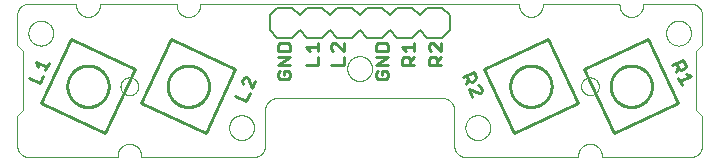
<source format=gto>
G75*
%MOIN*%
%OFA0B0*%
%FSLAX25Y25*%
%IPPOS*%
%LPD*%
%AMOC8*
5,1,8,0,0,1.08239X$1,22.5*
%
%ADD10C,0.00000*%
%ADD11C,0.01000*%
%ADD12C,0.00800*%
D10*
X0007206Y0003269D02*
X0036733Y0003269D01*
X0036733Y0003761D01*
X0040670Y0007698D02*
X0040794Y0007696D01*
X0040917Y0007690D01*
X0041041Y0007681D01*
X0041163Y0007667D01*
X0041286Y0007650D01*
X0041408Y0007628D01*
X0041529Y0007603D01*
X0041649Y0007574D01*
X0041768Y0007542D01*
X0041887Y0007505D01*
X0042004Y0007465D01*
X0042119Y0007422D01*
X0042234Y0007374D01*
X0042346Y0007323D01*
X0042457Y0007269D01*
X0042567Y0007211D01*
X0042674Y0007150D01*
X0042780Y0007085D01*
X0042883Y0007017D01*
X0042984Y0006946D01*
X0043083Y0006872D01*
X0043180Y0006795D01*
X0043274Y0006714D01*
X0043365Y0006631D01*
X0043454Y0006545D01*
X0043540Y0006456D01*
X0043623Y0006365D01*
X0043704Y0006271D01*
X0043781Y0006174D01*
X0043855Y0006075D01*
X0043926Y0005974D01*
X0043994Y0005871D01*
X0044059Y0005765D01*
X0044120Y0005658D01*
X0044178Y0005548D01*
X0044232Y0005437D01*
X0044283Y0005325D01*
X0044331Y0005210D01*
X0044374Y0005095D01*
X0044414Y0004978D01*
X0044451Y0004859D01*
X0044483Y0004740D01*
X0044512Y0004620D01*
X0044537Y0004499D01*
X0044559Y0004377D01*
X0044576Y0004254D01*
X0044590Y0004132D01*
X0044599Y0004008D01*
X0044605Y0003885D01*
X0044607Y0003761D01*
X0044607Y0003269D01*
X0082009Y0003269D01*
X0082133Y0003271D01*
X0082256Y0003277D01*
X0082380Y0003286D01*
X0082502Y0003300D01*
X0082625Y0003317D01*
X0082747Y0003339D01*
X0082868Y0003364D01*
X0082988Y0003393D01*
X0083107Y0003425D01*
X0083226Y0003462D01*
X0083343Y0003502D01*
X0083458Y0003545D01*
X0083573Y0003593D01*
X0083685Y0003644D01*
X0083796Y0003698D01*
X0083906Y0003756D01*
X0084013Y0003817D01*
X0084119Y0003882D01*
X0084222Y0003950D01*
X0084323Y0004021D01*
X0084422Y0004095D01*
X0084519Y0004172D01*
X0084613Y0004253D01*
X0084704Y0004336D01*
X0084793Y0004422D01*
X0084879Y0004511D01*
X0084962Y0004602D01*
X0085043Y0004696D01*
X0085120Y0004793D01*
X0085194Y0004892D01*
X0085265Y0004993D01*
X0085333Y0005096D01*
X0085398Y0005202D01*
X0085459Y0005309D01*
X0085517Y0005419D01*
X0085571Y0005530D01*
X0085622Y0005642D01*
X0085670Y0005757D01*
X0085713Y0005872D01*
X0085753Y0005989D01*
X0085790Y0006108D01*
X0085822Y0006227D01*
X0085851Y0006347D01*
X0085876Y0006468D01*
X0085898Y0006590D01*
X0085915Y0006713D01*
X0085929Y0006835D01*
X0085938Y0006959D01*
X0085944Y0007082D01*
X0085946Y0007206D01*
X0085946Y0019017D01*
X0085948Y0019141D01*
X0085954Y0019264D01*
X0085963Y0019388D01*
X0085977Y0019510D01*
X0085994Y0019633D01*
X0086016Y0019755D01*
X0086041Y0019876D01*
X0086070Y0019996D01*
X0086102Y0020115D01*
X0086139Y0020234D01*
X0086179Y0020351D01*
X0086222Y0020466D01*
X0086270Y0020581D01*
X0086321Y0020693D01*
X0086375Y0020804D01*
X0086433Y0020914D01*
X0086494Y0021021D01*
X0086559Y0021127D01*
X0086627Y0021230D01*
X0086698Y0021331D01*
X0086772Y0021430D01*
X0086849Y0021527D01*
X0086930Y0021621D01*
X0087013Y0021712D01*
X0087099Y0021801D01*
X0087188Y0021887D01*
X0087279Y0021970D01*
X0087373Y0022051D01*
X0087470Y0022128D01*
X0087569Y0022202D01*
X0087670Y0022273D01*
X0087773Y0022341D01*
X0087879Y0022406D01*
X0087986Y0022467D01*
X0088096Y0022525D01*
X0088207Y0022579D01*
X0088319Y0022630D01*
X0088434Y0022678D01*
X0088549Y0022721D01*
X0088666Y0022761D01*
X0088785Y0022798D01*
X0088904Y0022830D01*
X0089024Y0022859D01*
X0089145Y0022884D01*
X0089267Y0022906D01*
X0089390Y0022923D01*
X0089512Y0022937D01*
X0089636Y0022946D01*
X0089759Y0022952D01*
X0089883Y0022954D01*
X0145001Y0022954D01*
X0145125Y0022952D01*
X0145248Y0022946D01*
X0145372Y0022937D01*
X0145494Y0022923D01*
X0145617Y0022906D01*
X0145739Y0022884D01*
X0145860Y0022859D01*
X0145980Y0022830D01*
X0146099Y0022798D01*
X0146218Y0022761D01*
X0146335Y0022721D01*
X0146450Y0022678D01*
X0146565Y0022630D01*
X0146677Y0022579D01*
X0146788Y0022525D01*
X0146898Y0022467D01*
X0147005Y0022406D01*
X0147111Y0022341D01*
X0147214Y0022273D01*
X0147315Y0022202D01*
X0147414Y0022128D01*
X0147511Y0022051D01*
X0147605Y0021970D01*
X0147696Y0021887D01*
X0147785Y0021801D01*
X0147871Y0021712D01*
X0147954Y0021621D01*
X0148035Y0021527D01*
X0148112Y0021430D01*
X0148186Y0021331D01*
X0148257Y0021230D01*
X0148325Y0021127D01*
X0148390Y0021021D01*
X0148451Y0020914D01*
X0148509Y0020804D01*
X0148563Y0020693D01*
X0148614Y0020581D01*
X0148662Y0020466D01*
X0148705Y0020351D01*
X0148745Y0020234D01*
X0148782Y0020115D01*
X0148814Y0019996D01*
X0148843Y0019876D01*
X0148868Y0019755D01*
X0148890Y0019633D01*
X0148907Y0019510D01*
X0148921Y0019388D01*
X0148930Y0019264D01*
X0148936Y0019141D01*
X0148938Y0019017D01*
X0148938Y0007206D01*
X0148940Y0007082D01*
X0148946Y0006959D01*
X0148955Y0006835D01*
X0148969Y0006713D01*
X0148986Y0006590D01*
X0149008Y0006468D01*
X0149033Y0006347D01*
X0149062Y0006227D01*
X0149094Y0006108D01*
X0149131Y0005989D01*
X0149171Y0005872D01*
X0149214Y0005757D01*
X0149262Y0005642D01*
X0149313Y0005530D01*
X0149367Y0005419D01*
X0149425Y0005309D01*
X0149486Y0005202D01*
X0149551Y0005096D01*
X0149619Y0004993D01*
X0149690Y0004892D01*
X0149764Y0004793D01*
X0149841Y0004696D01*
X0149922Y0004602D01*
X0150005Y0004511D01*
X0150091Y0004422D01*
X0150180Y0004336D01*
X0150271Y0004253D01*
X0150365Y0004172D01*
X0150462Y0004095D01*
X0150561Y0004021D01*
X0150662Y0003950D01*
X0150765Y0003882D01*
X0150871Y0003817D01*
X0150978Y0003756D01*
X0151088Y0003698D01*
X0151199Y0003644D01*
X0151311Y0003593D01*
X0151426Y0003545D01*
X0151541Y0003502D01*
X0151658Y0003462D01*
X0151777Y0003425D01*
X0151896Y0003393D01*
X0152016Y0003364D01*
X0152137Y0003339D01*
X0152259Y0003317D01*
X0152382Y0003300D01*
X0152504Y0003286D01*
X0152628Y0003277D01*
X0152751Y0003271D01*
X0152875Y0003269D01*
X0190276Y0003269D01*
X0190276Y0003761D01*
X0194213Y0007698D02*
X0194337Y0007696D01*
X0194460Y0007690D01*
X0194584Y0007681D01*
X0194706Y0007667D01*
X0194829Y0007650D01*
X0194951Y0007628D01*
X0195072Y0007603D01*
X0195192Y0007574D01*
X0195311Y0007542D01*
X0195430Y0007505D01*
X0195547Y0007465D01*
X0195662Y0007422D01*
X0195777Y0007374D01*
X0195889Y0007323D01*
X0196000Y0007269D01*
X0196110Y0007211D01*
X0196217Y0007150D01*
X0196323Y0007085D01*
X0196426Y0007017D01*
X0196527Y0006946D01*
X0196626Y0006872D01*
X0196723Y0006795D01*
X0196817Y0006714D01*
X0196908Y0006631D01*
X0196997Y0006545D01*
X0197083Y0006456D01*
X0197166Y0006365D01*
X0197247Y0006271D01*
X0197324Y0006174D01*
X0197398Y0006075D01*
X0197469Y0005974D01*
X0197537Y0005871D01*
X0197602Y0005765D01*
X0197663Y0005658D01*
X0197721Y0005548D01*
X0197775Y0005437D01*
X0197826Y0005325D01*
X0197874Y0005210D01*
X0197917Y0005095D01*
X0197957Y0004978D01*
X0197994Y0004859D01*
X0198026Y0004740D01*
X0198055Y0004620D01*
X0198080Y0004499D01*
X0198102Y0004377D01*
X0198119Y0004254D01*
X0198133Y0004132D01*
X0198142Y0004008D01*
X0198148Y0003885D01*
X0198150Y0003761D01*
X0198150Y0003269D01*
X0227678Y0003269D01*
X0227802Y0003271D01*
X0227925Y0003277D01*
X0228049Y0003286D01*
X0228171Y0003300D01*
X0228294Y0003317D01*
X0228416Y0003339D01*
X0228537Y0003364D01*
X0228657Y0003393D01*
X0228776Y0003425D01*
X0228895Y0003462D01*
X0229012Y0003502D01*
X0229127Y0003545D01*
X0229242Y0003593D01*
X0229354Y0003644D01*
X0229465Y0003698D01*
X0229575Y0003756D01*
X0229682Y0003817D01*
X0229788Y0003882D01*
X0229891Y0003950D01*
X0229992Y0004021D01*
X0230091Y0004095D01*
X0230188Y0004172D01*
X0230282Y0004253D01*
X0230373Y0004336D01*
X0230462Y0004422D01*
X0230548Y0004511D01*
X0230631Y0004602D01*
X0230712Y0004696D01*
X0230789Y0004793D01*
X0230863Y0004892D01*
X0230934Y0004993D01*
X0231002Y0005096D01*
X0231067Y0005202D01*
X0231128Y0005309D01*
X0231186Y0005419D01*
X0231240Y0005530D01*
X0231291Y0005642D01*
X0231339Y0005757D01*
X0231382Y0005872D01*
X0231422Y0005989D01*
X0231459Y0006108D01*
X0231491Y0006227D01*
X0231520Y0006347D01*
X0231545Y0006468D01*
X0231567Y0006590D01*
X0231584Y0006713D01*
X0231598Y0006835D01*
X0231607Y0006959D01*
X0231613Y0007082D01*
X0231615Y0007206D01*
X0231615Y0017048D01*
X0229646Y0019017D01*
X0229646Y0038702D01*
X0231615Y0040670D01*
X0231615Y0050513D01*
X0231613Y0050637D01*
X0231607Y0050760D01*
X0231598Y0050884D01*
X0231584Y0051006D01*
X0231567Y0051129D01*
X0231545Y0051251D01*
X0231520Y0051372D01*
X0231491Y0051492D01*
X0231459Y0051611D01*
X0231422Y0051730D01*
X0231382Y0051847D01*
X0231339Y0051962D01*
X0231291Y0052077D01*
X0231240Y0052189D01*
X0231186Y0052300D01*
X0231128Y0052410D01*
X0231067Y0052517D01*
X0231002Y0052623D01*
X0230934Y0052726D01*
X0230863Y0052827D01*
X0230789Y0052926D01*
X0230712Y0053023D01*
X0230631Y0053117D01*
X0230548Y0053208D01*
X0230462Y0053297D01*
X0230373Y0053383D01*
X0230282Y0053466D01*
X0230188Y0053547D01*
X0230091Y0053624D01*
X0229992Y0053698D01*
X0229891Y0053769D01*
X0229788Y0053837D01*
X0229682Y0053902D01*
X0229575Y0053963D01*
X0229465Y0054021D01*
X0229354Y0054075D01*
X0229242Y0054126D01*
X0229127Y0054174D01*
X0229012Y0054217D01*
X0228895Y0054257D01*
X0228776Y0054294D01*
X0228657Y0054326D01*
X0228537Y0054355D01*
X0228416Y0054380D01*
X0228294Y0054402D01*
X0228171Y0054419D01*
X0228049Y0054433D01*
X0227925Y0054442D01*
X0227802Y0054448D01*
X0227678Y0054450D01*
X0211930Y0054450D01*
X0211930Y0053957D01*
X0207993Y0050020D02*
X0207869Y0050022D01*
X0207746Y0050028D01*
X0207622Y0050037D01*
X0207500Y0050051D01*
X0207377Y0050068D01*
X0207255Y0050090D01*
X0207134Y0050115D01*
X0207014Y0050144D01*
X0206895Y0050176D01*
X0206776Y0050213D01*
X0206659Y0050253D01*
X0206544Y0050296D01*
X0206429Y0050344D01*
X0206317Y0050395D01*
X0206206Y0050449D01*
X0206096Y0050507D01*
X0205989Y0050568D01*
X0205883Y0050633D01*
X0205780Y0050701D01*
X0205679Y0050772D01*
X0205580Y0050846D01*
X0205483Y0050923D01*
X0205389Y0051004D01*
X0205298Y0051087D01*
X0205209Y0051173D01*
X0205123Y0051262D01*
X0205040Y0051353D01*
X0204959Y0051447D01*
X0204882Y0051544D01*
X0204808Y0051643D01*
X0204737Y0051744D01*
X0204669Y0051847D01*
X0204604Y0051953D01*
X0204543Y0052060D01*
X0204485Y0052170D01*
X0204431Y0052281D01*
X0204380Y0052393D01*
X0204332Y0052508D01*
X0204289Y0052623D01*
X0204249Y0052740D01*
X0204212Y0052859D01*
X0204180Y0052978D01*
X0204151Y0053098D01*
X0204126Y0053219D01*
X0204104Y0053341D01*
X0204087Y0053464D01*
X0204073Y0053586D01*
X0204064Y0053710D01*
X0204058Y0053833D01*
X0204056Y0053957D01*
X0204056Y0054450D01*
X0178465Y0054450D01*
X0178465Y0053957D01*
X0174528Y0050020D02*
X0174404Y0050022D01*
X0174281Y0050028D01*
X0174157Y0050037D01*
X0174035Y0050051D01*
X0173912Y0050068D01*
X0173790Y0050090D01*
X0173669Y0050115D01*
X0173549Y0050144D01*
X0173430Y0050176D01*
X0173311Y0050213D01*
X0173194Y0050253D01*
X0173079Y0050296D01*
X0172964Y0050344D01*
X0172852Y0050395D01*
X0172741Y0050449D01*
X0172631Y0050507D01*
X0172524Y0050568D01*
X0172418Y0050633D01*
X0172315Y0050701D01*
X0172214Y0050772D01*
X0172115Y0050846D01*
X0172018Y0050923D01*
X0171924Y0051004D01*
X0171833Y0051087D01*
X0171744Y0051173D01*
X0171658Y0051262D01*
X0171575Y0051353D01*
X0171494Y0051447D01*
X0171417Y0051544D01*
X0171343Y0051643D01*
X0171272Y0051744D01*
X0171204Y0051847D01*
X0171139Y0051953D01*
X0171078Y0052060D01*
X0171020Y0052170D01*
X0170966Y0052281D01*
X0170915Y0052393D01*
X0170867Y0052508D01*
X0170824Y0052623D01*
X0170784Y0052740D01*
X0170747Y0052859D01*
X0170715Y0052978D01*
X0170686Y0053098D01*
X0170661Y0053219D01*
X0170639Y0053341D01*
X0170622Y0053464D01*
X0170608Y0053586D01*
X0170599Y0053710D01*
X0170593Y0053833D01*
X0170591Y0053957D01*
X0170591Y0054450D01*
X0064292Y0054450D01*
X0064292Y0053957D01*
X0060355Y0050020D02*
X0060231Y0050022D01*
X0060108Y0050028D01*
X0059984Y0050037D01*
X0059862Y0050051D01*
X0059739Y0050068D01*
X0059617Y0050090D01*
X0059496Y0050115D01*
X0059376Y0050144D01*
X0059257Y0050176D01*
X0059138Y0050213D01*
X0059021Y0050253D01*
X0058906Y0050296D01*
X0058791Y0050344D01*
X0058679Y0050395D01*
X0058568Y0050449D01*
X0058458Y0050507D01*
X0058351Y0050568D01*
X0058245Y0050633D01*
X0058142Y0050701D01*
X0058041Y0050772D01*
X0057942Y0050846D01*
X0057845Y0050923D01*
X0057751Y0051004D01*
X0057660Y0051087D01*
X0057571Y0051173D01*
X0057485Y0051262D01*
X0057402Y0051353D01*
X0057321Y0051447D01*
X0057244Y0051544D01*
X0057170Y0051643D01*
X0057099Y0051744D01*
X0057031Y0051847D01*
X0056966Y0051953D01*
X0056905Y0052060D01*
X0056847Y0052170D01*
X0056793Y0052281D01*
X0056742Y0052393D01*
X0056694Y0052508D01*
X0056651Y0052623D01*
X0056611Y0052740D01*
X0056574Y0052859D01*
X0056542Y0052978D01*
X0056513Y0053098D01*
X0056488Y0053219D01*
X0056466Y0053341D01*
X0056449Y0053464D01*
X0056435Y0053586D01*
X0056426Y0053710D01*
X0056420Y0053833D01*
X0056418Y0053957D01*
X0056418Y0054450D01*
X0030828Y0054450D01*
X0030828Y0053957D01*
X0026891Y0050020D02*
X0026767Y0050022D01*
X0026644Y0050028D01*
X0026520Y0050037D01*
X0026398Y0050051D01*
X0026275Y0050068D01*
X0026153Y0050090D01*
X0026032Y0050115D01*
X0025912Y0050144D01*
X0025793Y0050176D01*
X0025674Y0050213D01*
X0025557Y0050253D01*
X0025442Y0050296D01*
X0025327Y0050344D01*
X0025215Y0050395D01*
X0025104Y0050449D01*
X0024994Y0050507D01*
X0024887Y0050568D01*
X0024781Y0050633D01*
X0024678Y0050701D01*
X0024577Y0050772D01*
X0024478Y0050846D01*
X0024381Y0050923D01*
X0024287Y0051004D01*
X0024196Y0051087D01*
X0024107Y0051173D01*
X0024021Y0051262D01*
X0023938Y0051353D01*
X0023857Y0051447D01*
X0023780Y0051544D01*
X0023706Y0051643D01*
X0023635Y0051744D01*
X0023567Y0051847D01*
X0023502Y0051953D01*
X0023441Y0052060D01*
X0023383Y0052170D01*
X0023329Y0052281D01*
X0023278Y0052393D01*
X0023230Y0052508D01*
X0023187Y0052623D01*
X0023147Y0052740D01*
X0023110Y0052859D01*
X0023078Y0052978D01*
X0023049Y0053098D01*
X0023024Y0053219D01*
X0023002Y0053341D01*
X0022985Y0053464D01*
X0022971Y0053586D01*
X0022962Y0053710D01*
X0022956Y0053833D01*
X0022954Y0053957D01*
X0022954Y0054450D01*
X0007206Y0054450D01*
X0007082Y0054448D01*
X0006959Y0054442D01*
X0006835Y0054433D01*
X0006713Y0054419D01*
X0006590Y0054402D01*
X0006468Y0054380D01*
X0006347Y0054355D01*
X0006227Y0054326D01*
X0006108Y0054294D01*
X0005989Y0054257D01*
X0005872Y0054217D01*
X0005757Y0054174D01*
X0005642Y0054126D01*
X0005530Y0054075D01*
X0005419Y0054021D01*
X0005309Y0053963D01*
X0005202Y0053902D01*
X0005096Y0053837D01*
X0004993Y0053769D01*
X0004892Y0053698D01*
X0004793Y0053624D01*
X0004696Y0053547D01*
X0004602Y0053466D01*
X0004511Y0053383D01*
X0004422Y0053297D01*
X0004336Y0053208D01*
X0004253Y0053117D01*
X0004172Y0053023D01*
X0004095Y0052926D01*
X0004021Y0052827D01*
X0003950Y0052726D01*
X0003882Y0052623D01*
X0003817Y0052517D01*
X0003756Y0052410D01*
X0003698Y0052300D01*
X0003644Y0052189D01*
X0003593Y0052077D01*
X0003545Y0051962D01*
X0003502Y0051847D01*
X0003462Y0051730D01*
X0003425Y0051611D01*
X0003393Y0051492D01*
X0003364Y0051372D01*
X0003339Y0051251D01*
X0003317Y0051129D01*
X0003300Y0051006D01*
X0003286Y0050884D01*
X0003277Y0050760D01*
X0003271Y0050637D01*
X0003269Y0050513D01*
X0003269Y0040670D01*
X0005237Y0038702D01*
X0005237Y0019017D01*
X0003269Y0017048D01*
X0003269Y0007206D01*
X0003271Y0007082D01*
X0003277Y0006959D01*
X0003286Y0006835D01*
X0003300Y0006713D01*
X0003317Y0006590D01*
X0003339Y0006468D01*
X0003364Y0006347D01*
X0003393Y0006227D01*
X0003425Y0006108D01*
X0003462Y0005989D01*
X0003502Y0005872D01*
X0003545Y0005757D01*
X0003593Y0005642D01*
X0003644Y0005530D01*
X0003698Y0005419D01*
X0003756Y0005309D01*
X0003817Y0005202D01*
X0003882Y0005096D01*
X0003950Y0004993D01*
X0004021Y0004892D01*
X0004095Y0004793D01*
X0004172Y0004696D01*
X0004253Y0004602D01*
X0004336Y0004511D01*
X0004422Y0004422D01*
X0004511Y0004336D01*
X0004602Y0004253D01*
X0004696Y0004172D01*
X0004793Y0004095D01*
X0004892Y0004021D01*
X0004993Y0003950D01*
X0005096Y0003882D01*
X0005202Y0003817D01*
X0005309Y0003756D01*
X0005419Y0003698D01*
X0005530Y0003644D01*
X0005642Y0003593D01*
X0005757Y0003545D01*
X0005872Y0003502D01*
X0005989Y0003462D01*
X0006108Y0003425D01*
X0006227Y0003393D01*
X0006347Y0003364D01*
X0006468Y0003339D01*
X0006590Y0003317D01*
X0006713Y0003300D01*
X0006835Y0003286D01*
X0006959Y0003277D01*
X0007082Y0003271D01*
X0007206Y0003269D01*
X0036733Y0003761D02*
X0036735Y0003885D01*
X0036741Y0004008D01*
X0036750Y0004132D01*
X0036764Y0004254D01*
X0036781Y0004377D01*
X0036803Y0004499D01*
X0036828Y0004620D01*
X0036857Y0004740D01*
X0036889Y0004859D01*
X0036926Y0004978D01*
X0036966Y0005095D01*
X0037009Y0005210D01*
X0037057Y0005325D01*
X0037108Y0005437D01*
X0037162Y0005548D01*
X0037220Y0005658D01*
X0037281Y0005765D01*
X0037346Y0005871D01*
X0037414Y0005974D01*
X0037485Y0006075D01*
X0037559Y0006174D01*
X0037636Y0006271D01*
X0037717Y0006365D01*
X0037800Y0006456D01*
X0037886Y0006545D01*
X0037975Y0006631D01*
X0038066Y0006714D01*
X0038160Y0006795D01*
X0038257Y0006872D01*
X0038356Y0006946D01*
X0038457Y0007017D01*
X0038560Y0007085D01*
X0038666Y0007150D01*
X0038773Y0007211D01*
X0038883Y0007269D01*
X0038994Y0007323D01*
X0039106Y0007374D01*
X0039221Y0007422D01*
X0039336Y0007465D01*
X0039453Y0007505D01*
X0039572Y0007542D01*
X0039691Y0007574D01*
X0039811Y0007603D01*
X0039932Y0007628D01*
X0040054Y0007650D01*
X0040177Y0007667D01*
X0040299Y0007681D01*
X0040423Y0007690D01*
X0040546Y0007696D01*
X0040670Y0007698D01*
X0073938Y0013111D02*
X0073940Y0013239D01*
X0073946Y0013367D01*
X0073956Y0013494D01*
X0073970Y0013622D01*
X0073987Y0013748D01*
X0074009Y0013874D01*
X0074035Y0014000D01*
X0074064Y0014124D01*
X0074097Y0014248D01*
X0074134Y0014370D01*
X0074175Y0014491D01*
X0074220Y0014611D01*
X0074268Y0014730D01*
X0074320Y0014847D01*
X0074376Y0014962D01*
X0074435Y0015076D01*
X0074497Y0015187D01*
X0074563Y0015297D01*
X0074632Y0015404D01*
X0074705Y0015510D01*
X0074781Y0015613D01*
X0074860Y0015713D01*
X0074942Y0015812D01*
X0075027Y0015907D01*
X0075115Y0016000D01*
X0075206Y0016090D01*
X0075299Y0016177D01*
X0075396Y0016262D01*
X0075494Y0016343D01*
X0075596Y0016421D01*
X0075699Y0016496D01*
X0075805Y0016568D01*
X0075913Y0016637D01*
X0076023Y0016702D01*
X0076136Y0016763D01*
X0076250Y0016822D01*
X0076365Y0016876D01*
X0076483Y0016927D01*
X0076601Y0016975D01*
X0076722Y0017018D01*
X0076843Y0017058D01*
X0076966Y0017094D01*
X0077090Y0017127D01*
X0077215Y0017155D01*
X0077340Y0017180D01*
X0077466Y0017200D01*
X0077593Y0017217D01*
X0077721Y0017230D01*
X0077848Y0017239D01*
X0077976Y0017244D01*
X0078104Y0017245D01*
X0078232Y0017242D01*
X0078360Y0017235D01*
X0078487Y0017224D01*
X0078614Y0017209D01*
X0078741Y0017191D01*
X0078867Y0017168D01*
X0078992Y0017141D01*
X0079116Y0017111D01*
X0079239Y0017077D01*
X0079362Y0017039D01*
X0079483Y0016997D01*
X0079602Y0016951D01*
X0079720Y0016902D01*
X0079837Y0016849D01*
X0079952Y0016793D01*
X0080065Y0016733D01*
X0080176Y0016670D01*
X0080285Y0016603D01*
X0080392Y0016533D01*
X0080497Y0016459D01*
X0080599Y0016383D01*
X0080699Y0016303D01*
X0080797Y0016220D01*
X0080892Y0016134D01*
X0080984Y0016045D01*
X0081073Y0015954D01*
X0081160Y0015860D01*
X0081243Y0015763D01*
X0081324Y0015663D01*
X0081401Y0015562D01*
X0081476Y0015457D01*
X0081547Y0015351D01*
X0081614Y0015242D01*
X0081679Y0015132D01*
X0081739Y0015019D01*
X0081797Y0014905D01*
X0081850Y0014789D01*
X0081900Y0014671D01*
X0081947Y0014552D01*
X0081990Y0014431D01*
X0082029Y0014309D01*
X0082064Y0014186D01*
X0082095Y0014062D01*
X0082123Y0013937D01*
X0082146Y0013811D01*
X0082166Y0013685D01*
X0082182Y0013558D01*
X0082194Y0013431D01*
X0082202Y0013303D01*
X0082206Y0013175D01*
X0082206Y0013047D01*
X0082202Y0012919D01*
X0082194Y0012791D01*
X0082182Y0012664D01*
X0082166Y0012537D01*
X0082146Y0012411D01*
X0082123Y0012285D01*
X0082095Y0012160D01*
X0082064Y0012036D01*
X0082029Y0011913D01*
X0081990Y0011791D01*
X0081947Y0011670D01*
X0081900Y0011551D01*
X0081850Y0011433D01*
X0081797Y0011317D01*
X0081739Y0011203D01*
X0081679Y0011090D01*
X0081614Y0010980D01*
X0081547Y0010871D01*
X0081476Y0010765D01*
X0081401Y0010660D01*
X0081324Y0010559D01*
X0081243Y0010459D01*
X0081160Y0010362D01*
X0081073Y0010268D01*
X0080984Y0010177D01*
X0080892Y0010088D01*
X0080797Y0010002D01*
X0080699Y0009919D01*
X0080599Y0009839D01*
X0080497Y0009763D01*
X0080392Y0009689D01*
X0080285Y0009619D01*
X0080176Y0009552D01*
X0080065Y0009489D01*
X0079952Y0009429D01*
X0079837Y0009373D01*
X0079720Y0009320D01*
X0079602Y0009271D01*
X0079483Y0009225D01*
X0079362Y0009183D01*
X0079239Y0009145D01*
X0079116Y0009111D01*
X0078992Y0009081D01*
X0078867Y0009054D01*
X0078741Y0009031D01*
X0078614Y0009013D01*
X0078487Y0008998D01*
X0078360Y0008987D01*
X0078232Y0008980D01*
X0078104Y0008977D01*
X0077976Y0008978D01*
X0077848Y0008983D01*
X0077721Y0008992D01*
X0077593Y0009005D01*
X0077466Y0009022D01*
X0077340Y0009042D01*
X0077215Y0009067D01*
X0077090Y0009095D01*
X0076966Y0009128D01*
X0076843Y0009164D01*
X0076722Y0009204D01*
X0076601Y0009247D01*
X0076483Y0009295D01*
X0076365Y0009346D01*
X0076250Y0009400D01*
X0076136Y0009459D01*
X0076023Y0009520D01*
X0075913Y0009585D01*
X0075805Y0009654D01*
X0075699Y0009726D01*
X0075596Y0009801D01*
X0075494Y0009879D01*
X0075396Y0009960D01*
X0075299Y0010045D01*
X0075206Y0010132D01*
X0075115Y0010222D01*
X0075027Y0010315D01*
X0074942Y0010410D01*
X0074860Y0010509D01*
X0074781Y0010609D01*
X0074705Y0010712D01*
X0074632Y0010818D01*
X0074563Y0010925D01*
X0074497Y0011035D01*
X0074435Y0011146D01*
X0074376Y0011260D01*
X0074320Y0011375D01*
X0074268Y0011492D01*
X0074220Y0011611D01*
X0074175Y0011731D01*
X0074134Y0011852D01*
X0074097Y0011974D01*
X0074064Y0012098D01*
X0074035Y0012222D01*
X0074009Y0012348D01*
X0073987Y0012474D01*
X0073970Y0012600D01*
X0073956Y0012728D01*
X0073946Y0012855D01*
X0073940Y0012983D01*
X0073938Y0013111D01*
X0037717Y0026891D02*
X0037719Y0026999D01*
X0037725Y0027108D01*
X0037735Y0027216D01*
X0037749Y0027323D01*
X0037767Y0027430D01*
X0037788Y0027537D01*
X0037814Y0027642D01*
X0037844Y0027747D01*
X0037877Y0027850D01*
X0037914Y0027952D01*
X0037955Y0028052D01*
X0037999Y0028151D01*
X0038048Y0028249D01*
X0038099Y0028344D01*
X0038154Y0028437D01*
X0038213Y0028529D01*
X0038275Y0028618D01*
X0038340Y0028705D01*
X0038408Y0028789D01*
X0038479Y0028871D01*
X0038553Y0028950D01*
X0038630Y0029026D01*
X0038710Y0029100D01*
X0038793Y0029170D01*
X0038878Y0029238D01*
X0038965Y0029302D01*
X0039055Y0029363D01*
X0039147Y0029421D01*
X0039241Y0029475D01*
X0039337Y0029526D01*
X0039434Y0029573D01*
X0039534Y0029617D01*
X0039635Y0029657D01*
X0039737Y0029693D01*
X0039840Y0029725D01*
X0039945Y0029754D01*
X0040051Y0029778D01*
X0040157Y0029799D01*
X0040264Y0029816D01*
X0040372Y0029829D01*
X0040480Y0029838D01*
X0040589Y0029843D01*
X0040697Y0029844D01*
X0040806Y0029841D01*
X0040914Y0029834D01*
X0041022Y0029823D01*
X0041129Y0029808D01*
X0041236Y0029789D01*
X0041342Y0029766D01*
X0041447Y0029740D01*
X0041552Y0029709D01*
X0041654Y0029675D01*
X0041756Y0029637D01*
X0041856Y0029595D01*
X0041955Y0029550D01*
X0042052Y0029501D01*
X0042146Y0029448D01*
X0042239Y0029392D01*
X0042330Y0029333D01*
X0042419Y0029270D01*
X0042505Y0029205D01*
X0042589Y0029136D01*
X0042670Y0029064D01*
X0042748Y0028989D01*
X0042824Y0028911D01*
X0042897Y0028830D01*
X0042967Y0028747D01*
X0043033Y0028662D01*
X0043097Y0028574D01*
X0043157Y0028483D01*
X0043214Y0028391D01*
X0043267Y0028296D01*
X0043317Y0028200D01*
X0043363Y0028102D01*
X0043406Y0028002D01*
X0043445Y0027901D01*
X0043480Y0027798D01*
X0043512Y0027695D01*
X0043539Y0027590D01*
X0043563Y0027484D01*
X0043583Y0027377D01*
X0043599Y0027270D01*
X0043611Y0027162D01*
X0043619Y0027054D01*
X0043623Y0026945D01*
X0043623Y0026837D01*
X0043619Y0026728D01*
X0043611Y0026620D01*
X0043599Y0026512D01*
X0043583Y0026405D01*
X0043563Y0026298D01*
X0043539Y0026192D01*
X0043512Y0026087D01*
X0043480Y0025984D01*
X0043445Y0025881D01*
X0043406Y0025780D01*
X0043363Y0025680D01*
X0043317Y0025582D01*
X0043267Y0025486D01*
X0043214Y0025391D01*
X0043157Y0025299D01*
X0043097Y0025208D01*
X0043033Y0025120D01*
X0042967Y0025035D01*
X0042897Y0024952D01*
X0042824Y0024871D01*
X0042748Y0024793D01*
X0042670Y0024718D01*
X0042589Y0024646D01*
X0042505Y0024577D01*
X0042419Y0024512D01*
X0042330Y0024449D01*
X0042239Y0024390D01*
X0042147Y0024334D01*
X0042052Y0024281D01*
X0041955Y0024232D01*
X0041856Y0024187D01*
X0041756Y0024145D01*
X0041654Y0024107D01*
X0041552Y0024073D01*
X0041447Y0024042D01*
X0041342Y0024016D01*
X0041236Y0023993D01*
X0041129Y0023974D01*
X0041022Y0023959D01*
X0040914Y0023948D01*
X0040806Y0023941D01*
X0040697Y0023938D01*
X0040589Y0023939D01*
X0040480Y0023944D01*
X0040372Y0023953D01*
X0040264Y0023966D01*
X0040157Y0023983D01*
X0040051Y0024004D01*
X0039945Y0024028D01*
X0039840Y0024057D01*
X0039737Y0024089D01*
X0039635Y0024125D01*
X0039534Y0024165D01*
X0039434Y0024209D01*
X0039337Y0024256D01*
X0039241Y0024307D01*
X0039147Y0024361D01*
X0039055Y0024419D01*
X0038965Y0024480D01*
X0038878Y0024544D01*
X0038793Y0024612D01*
X0038710Y0024682D01*
X0038630Y0024756D01*
X0038553Y0024832D01*
X0038479Y0024911D01*
X0038408Y0024993D01*
X0038340Y0025077D01*
X0038275Y0025164D01*
X0038213Y0025253D01*
X0038154Y0025345D01*
X0038099Y0025438D01*
X0038048Y0025533D01*
X0037999Y0025631D01*
X0037955Y0025730D01*
X0037914Y0025830D01*
X0037877Y0025932D01*
X0037844Y0026035D01*
X0037814Y0026140D01*
X0037788Y0026245D01*
X0037767Y0026352D01*
X0037749Y0026459D01*
X0037735Y0026566D01*
X0037725Y0026674D01*
X0037719Y0026783D01*
X0037717Y0026891D01*
X0007009Y0044607D02*
X0007011Y0044735D01*
X0007017Y0044863D01*
X0007027Y0044990D01*
X0007041Y0045118D01*
X0007058Y0045244D01*
X0007080Y0045370D01*
X0007106Y0045496D01*
X0007135Y0045620D01*
X0007168Y0045744D01*
X0007205Y0045866D01*
X0007246Y0045987D01*
X0007291Y0046107D01*
X0007339Y0046226D01*
X0007391Y0046343D01*
X0007447Y0046458D01*
X0007506Y0046572D01*
X0007568Y0046683D01*
X0007634Y0046793D01*
X0007703Y0046900D01*
X0007776Y0047006D01*
X0007852Y0047109D01*
X0007931Y0047209D01*
X0008013Y0047308D01*
X0008098Y0047403D01*
X0008186Y0047496D01*
X0008277Y0047586D01*
X0008370Y0047673D01*
X0008467Y0047758D01*
X0008565Y0047839D01*
X0008667Y0047917D01*
X0008770Y0047992D01*
X0008876Y0048064D01*
X0008984Y0048133D01*
X0009094Y0048198D01*
X0009207Y0048259D01*
X0009321Y0048318D01*
X0009436Y0048372D01*
X0009554Y0048423D01*
X0009672Y0048471D01*
X0009793Y0048514D01*
X0009914Y0048554D01*
X0010037Y0048590D01*
X0010161Y0048623D01*
X0010286Y0048651D01*
X0010411Y0048676D01*
X0010537Y0048696D01*
X0010664Y0048713D01*
X0010792Y0048726D01*
X0010919Y0048735D01*
X0011047Y0048740D01*
X0011175Y0048741D01*
X0011303Y0048738D01*
X0011431Y0048731D01*
X0011558Y0048720D01*
X0011685Y0048705D01*
X0011812Y0048687D01*
X0011938Y0048664D01*
X0012063Y0048637D01*
X0012187Y0048607D01*
X0012310Y0048573D01*
X0012433Y0048535D01*
X0012554Y0048493D01*
X0012673Y0048447D01*
X0012791Y0048398D01*
X0012908Y0048345D01*
X0013023Y0048289D01*
X0013136Y0048229D01*
X0013247Y0048166D01*
X0013356Y0048099D01*
X0013463Y0048029D01*
X0013568Y0047955D01*
X0013670Y0047879D01*
X0013770Y0047799D01*
X0013868Y0047716D01*
X0013963Y0047630D01*
X0014055Y0047541D01*
X0014144Y0047450D01*
X0014231Y0047356D01*
X0014314Y0047259D01*
X0014395Y0047159D01*
X0014472Y0047058D01*
X0014547Y0046953D01*
X0014618Y0046847D01*
X0014685Y0046738D01*
X0014750Y0046628D01*
X0014810Y0046515D01*
X0014868Y0046401D01*
X0014921Y0046285D01*
X0014971Y0046167D01*
X0015018Y0046048D01*
X0015061Y0045927D01*
X0015100Y0045805D01*
X0015135Y0045682D01*
X0015166Y0045558D01*
X0015194Y0045433D01*
X0015217Y0045307D01*
X0015237Y0045181D01*
X0015253Y0045054D01*
X0015265Y0044927D01*
X0015273Y0044799D01*
X0015277Y0044671D01*
X0015277Y0044543D01*
X0015273Y0044415D01*
X0015265Y0044287D01*
X0015253Y0044160D01*
X0015237Y0044033D01*
X0015217Y0043907D01*
X0015194Y0043781D01*
X0015166Y0043656D01*
X0015135Y0043532D01*
X0015100Y0043409D01*
X0015061Y0043287D01*
X0015018Y0043166D01*
X0014971Y0043047D01*
X0014921Y0042929D01*
X0014868Y0042813D01*
X0014810Y0042699D01*
X0014750Y0042586D01*
X0014685Y0042476D01*
X0014618Y0042367D01*
X0014547Y0042261D01*
X0014472Y0042156D01*
X0014395Y0042055D01*
X0014314Y0041955D01*
X0014231Y0041858D01*
X0014144Y0041764D01*
X0014055Y0041673D01*
X0013963Y0041584D01*
X0013868Y0041498D01*
X0013770Y0041415D01*
X0013670Y0041335D01*
X0013568Y0041259D01*
X0013463Y0041185D01*
X0013356Y0041115D01*
X0013247Y0041048D01*
X0013136Y0040985D01*
X0013023Y0040925D01*
X0012908Y0040869D01*
X0012791Y0040816D01*
X0012673Y0040767D01*
X0012554Y0040721D01*
X0012433Y0040679D01*
X0012310Y0040641D01*
X0012187Y0040607D01*
X0012063Y0040577D01*
X0011938Y0040550D01*
X0011812Y0040527D01*
X0011685Y0040509D01*
X0011558Y0040494D01*
X0011431Y0040483D01*
X0011303Y0040476D01*
X0011175Y0040473D01*
X0011047Y0040474D01*
X0010919Y0040479D01*
X0010792Y0040488D01*
X0010664Y0040501D01*
X0010537Y0040518D01*
X0010411Y0040538D01*
X0010286Y0040563D01*
X0010161Y0040591D01*
X0010037Y0040624D01*
X0009914Y0040660D01*
X0009793Y0040700D01*
X0009672Y0040743D01*
X0009554Y0040791D01*
X0009436Y0040842D01*
X0009321Y0040896D01*
X0009207Y0040955D01*
X0009094Y0041016D01*
X0008984Y0041081D01*
X0008876Y0041150D01*
X0008770Y0041222D01*
X0008667Y0041297D01*
X0008565Y0041375D01*
X0008467Y0041456D01*
X0008370Y0041541D01*
X0008277Y0041628D01*
X0008186Y0041718D01*
X0008098Y0041811D01*
X0008013Y0041906D01*
X0007931Y0042005D01*
X0007852Y0042105D01*
X0007776Y0042208D01*
X0007703Y0042314D01*
X0007634Y0042421D01*
X0007568Y0042531D01*
X0007506Y0042642D01*
X0007447Y0042756D01*
X0007391Y0042871D01*
X0007339Y0042988D01*
X0007291Y0043107D01*
X0007246Y0043227D01*
X0007205Y0043348D01*
X0007168Y0043470D01*
X0007135Y0043594D01*
X0007106Y0043718D01*
X0007080Y0043844D01*
X0007058Y0043970D01*
X0007041Y0044096D01*
X0007027Y0044224D01*
X0007017Y0044351D01*
X0007011Y0044479D01*
X0007009Y0044607D01*
X0026891Y0050020D02*
X0027015Y0050022D01*
X0027138Y0050028D01*
X0027262Y0050037D01*
X0027384Y0050051D01*
X0027507Y0050068D01*
X0027629Y0050090D01*
X0027750Y0050115D01*
X0027870Y0050144D01*
X0027989Y0050176D01*
X0028108Y0050213D01*
X0028225Y0050253D01*
X0028340Y0050296D01*
X0028455Y0050344D01*
X0028567Y0050395D01*
X0028678Y0050449D01*
X0028788Y0050507D01*
X0028895Y0050568D01*
X0029001Y0050633D01*
X0029104Y0050701D01*
X0029205Y0050772D01*
X0029304Y0050846D01*
X0029401Y0050923D01*
X0029495Y0051004D01*
X0029586Y0051087D01*
X0029675Y0051173D01*
X0029761Y0051262D01*
X0029844Y0051353D01*
X0029925Y0051447D01*
X0030002Y0051544D01*
X0030076Y0051643D01*
X0030147Y0051744D01*
X0030215Y0051847D01*
X0030280Y0051953D01*
X0030341Y0052060D01*
X0030399Y0052170D01*
X0030453Y0052281D01*
X0030504Y0052393D01*
X0030552Y0052508D01*
X0030595Y0052623D01*
X0030635Y0052740D01*
X0030672Y0052859D01*
X0030704Y0052978D01*
X0030733Y0053098D01*
X0030758Y0053219D01*
X0030780Y0053341D01*
X0030797Y0053464D01*
X0030811Y0053586D01*
X0030820Y0053710D01*
X0030826Y0053833D01*
X0030828Y0053957D01*
X0060355Y0050020D02*
X0060479Y0050022D01*
X0060602Y0050028D01*
X0060726Y0050037D01*
X0060848Y0050051D01*
X0060971Y0050068D01*
X0061093Y0050090D01*
X0061214Y0050115D01*
X0061334Y0050144D01*
X0061453Y0050176D01*
X0061572Y0050213D01*
X0061689Y0050253D01*
X0061804Y0050296D01*
X0061919Y0050344D01*
X0062031Y0050395D01*
X0062142Y0050449D01*
X0062252Y0050507D01*
X0062359Y0050568D01*
X0062465Y0050633D01*
X0062568Y0050701D01*
X0062669Y0050772D01*
X0062768Y0050846D01*
X0062865Y0050923D01*
X0062959Y0051004D01*
X0063050Y0051087D01*
X0063139Y0051173D01*
X0063225Y0051262D01*
X0063308Y0051353D01*
X0063389Y0051447D01*
X0063466Y0051544D01*
X0063540Y0051643D01*
X0063611Y0051744D01*
X0063679Y0051847D01*
X0063744Y0051953D01*
X0063805Y0052060D01*
X0063863Y0052170D01*
X0063917Y0052281D01*
X0063968Y0052393D01*
X0064016Y0052508D01*
X0064059Y0052623D01*
X0064099Y0052740D01*
X0064136Y0052859D01*
X0064168Y0052978D01*
X0064197Y0053098D01*
X0064222Y0053219D01*
X0064244Y0053341D01*
X0064261Y0053464D01*
X0064275Y0053586D01*
X0064284Y0053710D01*
X0064290Y0053833D01*
X0064292Y0053957D01*
X0113308Y0032796D02*
X0113310Y0032924D01*
X0113316Y0033052D01*
X0113326Y0033179D01*
X0113340Y0033307D01*
X0113357Y0033433D01*
X0113379Y0033559D01*
X0113405Y0033685D01*
X0113434Y0033809D01*
X0113467Y0033933D01*
X0113504Y0034055D01*
X0113545Y0034176D01*
X0113590Y0034296D01*
X0113638Y0034415D01*
X0113690Y0034532D01*
X0113746Y0034647D01*
X0113805Y0034761D01*
X0113867Y0034872D01*
X0113933Y0034982D01*
X0114002Y0035089D01*
X0114075Y0035195D01*
X0114151Y0035298D01*
X0114230Y0035398D01*
X0114312Y0035497D01*
X0114397Y0035592D01*
X0114485Y0035685D01*
X0114576Y0035775D01*
X0114669Y0035862D01*
X0114766Y0035947D01*
X0114864Y0036028D01*
X0114966Y0036106D01*
X0115069Y0036181D01*
X0115175Y0036253D01*
X0115283Y0036322D01*
X0115393Y0036387D01*
X0115506Y0036448D01*
X0115620Y0036507D01*
X0115735Y0036561D01*
X0115853Y0036612D01*
X0115971Y0036660D01*
X0116092Y0036703D01*
X0116213Y0036743D01*
X0116336Y0036779D01*
X0116460Y0036812D01*
X0116585Y0036840D01*
X0116710Y0036865D01*
X0116836Y0036885D01*
X0116963Y0036902D01*
X0117091Y0036915D01*
X0117218Y0036924D01*
X0117346Y0036929D01*
X0117474Y0036930D01*
X0117602Y0036927D01*
X0117730Y0036920D01*
X0117857Y0036909D01*
X0117984Y0036894D01*
X0118111Y0036876D01*
X0118237Y0036853D01*
X0118362Y0036826D01*
X0118486Y0036796D01*
X0118609Y0036762D01*
X0118732Y0036724D01*
X0118853Y0036682D01*
X0118972Y0036636D01*
X0119090Y0036587D01*
X0119207Y0036534D01*
X0119322Y0036478D01*
X0119435Y0036418D01*
X0119546Y0036355D01*
X0119655Y0036288D01*
X0119762Y0036218D01*
X0119867Y0036144D01*
X0119969Y0036068D01*
X0120069Y0035988D01*
X0120167Y0035905D01*
X0120262Y0035819D01*
X0120354Y0035730D01*
X0120443Y0035639D01*
X0120530Y0035545D01*
X0120613Y0035448D01*
X0120694Y0035348D01*
X0120771Y0035247D01*
X0120846Y0035142D01*
X0120917Y0035036D01*
X0120984Y0034927D01*
X0121049Y0034817D01*
X0121109Y0034704D01*
X0121167Y0034590D01*
X0121220Y0034474D01*
X0121270Y0034356D01*
X0121317Y0034237D01*
X0121360Y0034116D01*
X0121399Y0033994D01*
X0121434Y0033871D01*
X0121465Y0033747D01*
X0121493Y0033622D01*
X0121516Y0033496D01*
X0121536Y0033370D01*
X0121552Y0033243D01*
X0121564Y0033116D01*
X0121572Y0032988D01*
X0121576Y0032860D01*
X0121576Y0032732D01*
X0121572Y0032604D01*
X0121564Y0032476D01*
X0121552Y0032349D01*
X0121536Y0032222D01*
X0121516Y0032096D01*
X0121493Y0031970D01*
X0121465Y0031845D01*
X0121434Y0031721D01*
X0121399Y0031598D01*
X0121360Y0031476D01*
X0121317Y0031355D01*
X0121270Y0031236D01*
X0121220Y0031118D01*
X0121167Y0031002D01*
X0121109Y0030888D01*
X0121049Y0030775D01*
X0120984Y0030665D01*
X0120917Y0030556D01*
X0120846Y0030450D01*
X0120771Y0030345D01*
X0120694Y0030244D01*
X0120613Y0030144D01*
X0120530Y0030047D01*
X0120443Y0029953D01*
X0120354Y0029862D01*
X0120262Y0029773D01*
X0120167Y0029687D01*
X0120069Y0029604D01*
X0119969Y0029524D01*
X0119867Y0029448D01*
X0119762Y0029374D01*
X0119655Y0029304D01*
X0119546Y0029237D01*
X0119435Y0029174D01*
X0119322Y0029114D01*
X0119207Y0029058D01*
X0119090Y0029005D01*
X0118972Y0028956D01*
X0118853Y0028910D01*
X0118732Y0028868D01*
X0118609Y0028830D01*
X0118486Y0028796D01*
X0118362Y0028766D01*
X0118237Y0028739D01*
X0118111Y0028716D01*
X0117984Y0028698D01*
X0117857Y0028683D01*
X0117730Y0028672D01*
X0117602Y0028665D01*
X0117474Y0028662D01*
X0117346Y0028663D01*
X0117218Y0028668D01*
X0117091Y0028677D01*
X0116963Y0028690D01*
X0116836Y0028707D01*
X0116710Y0028727D01*
X0116585Y0028752D01*
X0116460Y0028780D01*
X0116336Y0028813D01*
X0116213Y0028849D01*
X0116092Y0028889D01*
X0115971Y0028932D01*
X0115853Y0028980D01*
X0115735Y0029031D01*
X0115620Y0029085D01*
X0115506Y0029144D01*
X0115393Y0029205D01*
X0115283Y0029270D01*
X0115175Y0029339D01*
X0115069Y0029411D01*
X0114966Y0029486D01*
X0114864Y0029564D01*
X0114766Y0029645D01*
X0114669Y0029730D01*
X0114576Y0029817D01*
X0114485Y0029907D01*
X0114397Y0030000D01*
X0114312Y0030095D01*
X0114230Y0030194D01*
X0114151Y0030294D01*
X0114075Y0030397D01*
X0114002Y0030503D01*
X0113933Y0030610D01*
X0113867Y0030720D01*
X0113805Y0030831D01*
X0113746Y0030945D01*
X0113690Y0031060D01*
X0113638Y0031177D01*
X0113590Y0031296D01*
X0113545Y0031416D01*
X0113504Y0031537D01*
X0113467Y0031659D01*
X0113434Y0031783D01*
X0113405Y0031907D01*
X0113379Y0032033D01*
X0113357Y0032159D01*
X0113340Y0032285D01*
X0113326Y0032413D01*
X0113316Y0032540D01*
X0113310Y0032668D01*
X0113308Y0032796D01*
X0152678Y0013111D02*
X0152680Y0013239D01*
X0152686Y0013367D01*
X0152696Y0013494D01*
X0152710Y0013622D01*
X0152727Y0013748D01*
X0152749Y0013874D01*
X0152775Y0014000D01*
X0152804Y0014124D01*
X0152837Y0014248D01*
X0152874Y0014370D01*
X0152915Y0014491D01*
X0152960Y0014611D01*
X0153008Y0014730D01*
X0153060Y0014847D01*
X0153116Y0014962D01*
X0153175Y0015076D01*
X0153237Y0015187D01*
X0153303Y0015297D01*
X0153372Y0015404D01*
X0153445Y0015510D01*
X0153521Y0015613D01*
X0153600Y0015713D01*
X0153682Y0015812D01*
X0153767Y0015907D01*
X0153855Y0016000D01*
X0153946Y0016090D01*
X0154039Y0016177D01*
X0154136Y0016262D01*
X0154234Y0016343D01*
X0154336Y0016421D01*
X0154439Y0016496D01*
X0154545Y0016568D01*
X0154653Y0016637D01*
X0154763Y0016702D01*
X0154876Y0016763D01*
X0154990Y0016822D01*
X0155105Y0016876D01*
X0155223Y0016927D01*
X0155341Y0016975D01*
X0155462Y0017018D01*
X0155583Y0017058D01*
X0155706Y0017094D01*
X0155830Y0017127D01*
X0155955Y0017155D01*
X0156080Y0017180D01*
X0156206Y0017200D01*
X0156333Y0017217D01*
X0156461Y0017230D01*
X0156588Y0017239D01*
X0156716Y0017244D01*
X0156844Y0017245D01*
X0156972Y0017242D01*
X0157100Y0017235D01*
X0157227Y0017224D01*
X0157354Y0017209D01*
X0157481Y0017191D01*
X0157607Y0017168D01*
X0157732Y0017141D01*
X0157856Y0017111D01*
X0157979Y0017077D01*
X0158102Y0017039D01*
X0158223Y0016997D01*
X0158342Y0016951D01*
X0158460Y0016902D01*
X0158577Y0016849D01*
X0158692Y0016793D01*
X0158805Y0016733D01*
X0158916Y0016670D01*
X0159025Y0016603D01*
X0159132Y0016533D01*
X0159237Y0016459D01*
X0159339Y0016383D01*
X0159439Y0016303D01*
X0159537Y0016220D01*
X0159632Y0016134D01*
X0159724Y0016045D01*
X0159813Y0015954D01*
X0159900Y0015860D01*
X0159983Y0015763D01*
X0160064Y0015663D01*
X0160141Y0015562D01*
X0160216Y0015457D01*
X0160287Y0015351D01*
X0160354Y0015242D01*
X0160419Y0015132D01*
X0160479Y0015019D01*
X0160537Y0014905D01*
X0160590Y0014789D01*
X0160640Y0014671D01*
X0160687Y0014552D01*
X0160730Y0014431D01*
X0160769Y0014309D01*
X0160804Y0014186D01*
X0160835Y0014062D01*
X0160863Y0013937D01*
X0160886Y0013811D01*
X0160906Y0013685D01*
X0160922Y0013558D01*
X0160934Y0013431D01*
X0160942Y0013303D01*
X0160946Y0013175D01*
X0160946Y0013047D01*
X0160942Y0012919D01*
X0160934Y0012791D01*
X0160922Y0012664D01*
X0160906Y0012537D01*
X0160886Y0012411D01*
X0160863Y0012285D01*
X0160835Y0012160D01*
X0160804Y0012036D01*
X0160769Y0011913D01*
X0160730Y0011791D01*
X0160687Y0011670D01*
X0160640Y0011551D01*
X0160590Y0011433D01*
X0160537Y0011317D01*
X0160479Y0011203D01*
X0160419Y0011090D01*
X0160354Y0010980D01*
X0160287Y0010871D01*
X0160216Y0010765D01*
X0160141Y0010660D01*
X0160064Y0010559D01*
X0159983Y0010459D01*
X0159900Y0010362D01*
X0159813Y0010268D01*
X0159724Y0010177D01*
X0159632Y0010088D01*
X0159537Y0010002D01*
X0159439Y0009919D01*
X0159339Y0009839D01*
X0159237Y0009763D01*
X0159132Y0009689D01*
X0159025Y0009619D01*
X0158916Y0009552D01*
X0158805Y0009489D01*
X0158692Y0009429D01*
X0158577Y0009373D01*
X0158460Y0009320D01*
X0158342Y0009271D01*
X0158223Y0009225D01*
X0158102Y0009183D01*
X0157979Y0009145D01*
X0157856Y0009111D01*
X0157732Y0009081D01*
X0157607Y0009054D01*
X0157481Y0009031D01*
X0157354Y0009013D01*
X0157227Y0008998D01*
X0157100Y0008987D01*
X0156972Y0008980D01*
X0156844Y0008977D01*
X0156716Y0008978D01*
X0156588Y0008983D01*
X0156461Y0008992D01*
X0156333Y0009005D01*
X0156206Y0009022D01*
X0156080Y0009042D01*
X0155955Y0009067D01*
X0155830Y0009095D01*
X0155706Y0009128D01*
X0155583Y0009164D01*
X0155462Y0009204D01*
X0155341Y0009247D01*
X0155223Y0009295D01*
X0155105Y0009346D01*
X0154990Y0009400D01*
X0154876Y0009459D01*
X0154763Y0009520D01*
X0154653Y0009585D01*
X0154545Y0009654D01*
X0154439Y0009726D01*
X0154336Y0009801D01*
X0154234Y0009879D01*
X0154136Y0009960D01*
X0154039Y0010045D01*
X0153946Y0010132D01*
X0153855Y0010222D01*
X0153767Y0010315D01*
X0153682Y0010410D01*
X0153600Y0010509D01*
X0153521Y0010609D01*
X0153445Y0010712D01*
X0153372Y0010818D01*
X0153303Y0010925D01*
X0153237Y0011035D01*
X0153175Y0011146D01*
X0153116Y0011260D01*
X0153060Y0011375D01*
X0153008Y0011492D01*
X0152960Y0011611D01*
X0152915Y0011731D01*
X0152874Y0011852D01*
X0152837Y0011974D01*
X0152804Y0012098D01*
X0152775Y0012222D01*
X0152749Y0012348D01*
X0152727Y0012474D01*
X0152710Y0012600D01*
X0152696Y0012728D01*
X0152686Y0012855D01*
X0152680Y0012983D01*
X0152678Y0013111D01*
X0190276Y0003761D02*
X0190278Y0003885D01*
X0190284Y0004008D01*
X0190293Y0004132D01*
X0190307Y0004254D01*
X0190324Y0004377D01*
X0190346Y0004499D01*
X0190371Y0004620D01*
X0190400Y0004740D01*
X0190432Y0004859D01*
X0190469Y0004978D01*
X0190509Y0005095D01*
X0190552Y0005210D01*
X0190600Y0005325D01*
X0190651Y0005437D01*
X0190705Y0005548D01*
X0190763Y0005658D01*
X0190824Y0005765D01*
X0190889Y0005871D01*
X0190957Y0005974D01*
X0191028Y0006075D01*
X0191102Y0006174D01*
X0191179Y0006271D01*
X0191260Y0006365D01*
X0191343Y0006456D01*
X0191429Y0006545D01*
X0191518Y0006631D01*
X0191609Y0006714D01*
X0191703Y0006795D01*
X0191800Y0006872D01*
X0191899Y0006946D01*
X0192000Y0007017D01*
X0192103Y0007085D01*
X0192209Y0007150D01*
X0192316Y0007211D01*
X0192426Y0007269D01*
X0192537Y0007323D01*
X0192649Y0007374D01*
X0192764Y0007422D01*
X0192879Y0007465D01*
X0192996Y0007505D01*
X0193115Y0007542D01*
X0193234Y0007574D01*
X0193354Y0007603D01*
X0193475Y0007628D01*
X0193597Y0007650D01*
X0193720Y0007667D01*
X0193842Y0007681D01*
X0193966Y0007690D01*
X0194089Y0007696D01*
X0194213Y0007698D01*
X0191260Y0026891D02*
X0191262Y0026999D01*
X0191268Y0027108D01*
X0191278Y0027216D01*
X0191292Y0027323D01*
X0191310Y0027430D01*
X0191331Y0027537D01*
X0191357Y0027642D01*
X0191387Y0027747D01*
X0191420Y0027850D01*
X0191457Y0027952D01*
X0191498Y0028052D01*
X0191542Y0028151D01*
X0191591Y0028249D01*
X0191642Y0028344D01*
X0191697Y0028437D01*
X0191756Y0028529D01*
X0191818Y0028618D01*
X0191883Y0028705D01*
X0191951Y0028789D01*
X0192022Y0028871D01*
X0192096Y0028950D01*
X0192173Y0029026D01*
X0192253Y0029100D01*
X0192336Y0029170D01*
X0192421Y0029238D01*
X0192508Y0029302D01*
X0192598Y0029363D01*
X0192690Y0029421D01*
X0192784Y0029475D01*
X0192880Y0029526D01*
X0192977Y0029573D01*
X0193077Y0029617D01*
X0193178Y0029657D01*
X0193280Y0029693D01*
X0193383Y0029725D01*
X0193488Y0029754D01*
X0193594Y0029778D01*
X0193700Y0029799D01*
X0193807Y0029816D01*
X0193915Y0029829D01*
X0194023Y0029838D01*
X0194132Y0029843D01*
X0194240Y0029844D01*
X0194349Y0029841D01*
X0194457Y0029834D01*
X0194565Y0029823D01*
X0194672Y0029808D01*
X0194779Y0029789D01*
X0194885Y0029766D01*
X0194990Y0029740D01*
X0195095Y0029709D01*
X0195197Y0029675D01*
X0195299Y0029637D01*
X0195399Y0029595D01*
X0195498Y0029550D01*
X0195595Y0029501D01*
X0195689Y0029448D01*
X0195782Y0029392D01*
X0195873Y0029333D01*
X0195962Y0029270D01*
X0196048Y0029205D01*
X0196132Y0029136D01*
X0196213Y0029064D01*
X0196291Y0028989D01*
X0196367Y0028911D01*
X0196440Y0028830D01*
X0196510Y0028747D01*
X0196576Y0028662D01*
X0196640Y0028574D01*
X0196700Y0028483D01*
X0196757Y0028391D01*
X0196810Y0028296D01*
X0196860Y0028200D01*
X0196906Y0028102D01*
X0196949Y0028002D01*
X0196988Y0027901D01*
X0197023Y0027798D01*
X0197055Y0027695D01*
X0197082Y0027590D01*
X0197106Y0027484D01*
X0197126Y0027377D01*
X0197142Y0027270D01*
X0197154Y0027162D01*
X0197162Y0027054D01*
X0197166Y0026945D01*
X0197166Y0026837D01*
X0197162Y0026728D01*
X0197154Y0026620D01*
X0197142Y0026512D01*
X0197126Y0026405D01*
X0197106Y0026298D01*
X0197082Y0026192D01*
X0197055Y0026087D01*
X0197023Y0025984D01*
X0196988Y0025881D01*
X0196949Y0025780D01*
X0196906Y0025680D01*
X0196860Y0025582D01*
X0196810Y0025486D01*
X0196757Y0025391D01*
X0196700Y0025299D01*
X0196640Y0025208D01*
X0196576Y0025120D01*
X0196510Y0025035D01*
X0196440Y0024952D01*
X0196367Y0024871D01*
X0196291Y0024793D01*
X0196213Y0024718D01*
X0196132Y0024646D01*
X0196048Y0024577D01*
X0195962Y0024512D01*
X0195873Y0024449D01*
X0195782Y0024390D01*
X0195690Y0024334D01*
X0195595Y0024281D01*
X0195498Y0024232D01*
X0195399Y0024187D01*
X0195299Y0024145D01*
X0195197Y0024107D01*
X0195095Y0024073D01*
X0194990Y0024042D01*
X0194885Y0024016D01*
X0194779Y0023993D01*
X0194672Y0023974D01*
X0194565Y0023959D01*
X0194457Y0023948D01*
X0194349Y0023941D01*
X0194240Y0023938D01*
X0194132Y0023939D01*
X0194023Y0023944D01*
X0193915Y0023953D01*
X0193807Y0023966D01*
X0193700Y0023983D01*
X0193594Y0024004D01*
X0193488Y0024028D01*
X0193383Y0024057D01*
X0193280Y0024089D01*
X0193178Y0024125D01*
X0193077Y0024165D01*
X0192977Y0024209D01*
X0192880Y0024256D01*
X0192784Y0024307D01*
X0192690Y0024361D01*
X0192598Y0024419D01*
X0192508Y0024480D01*
X0192421Y0024544D01*
X0192336Y0024612D01*
X0192253Y0024682D01*
X0192173Y0024756D01*
X0192096Y0024832D01*
X0192022Y0024911D01*
X0191951Y0024993D01*
X0191883Y0025077D01*
X0191818Y0025164D01*
X0191756Y0025253D01*
X0191697Y0025345D01*
X0191642Y0025438D01*
X0191591Y0025533D01*
X0191542Y0025631D01*
X0191498Y0025730D01*
X0191457Y0025830D01*
X0191420Y0025932D01*
X0191387Y0026035D01*
X0191357Y0026140D01*
X0191331Y0026245D01*
X0191310Y0026352D01*
X0191292Y0026459D01*
X0191278Y0026566D01*
X0191268Y0026674D01*
X0191262Y0026783D01*
X0191260Y0026891D01*
X0219607Y0044607D02*
X0219609Y0044735D01*
X0219615Y0044863D01*
X0219625Y0044990D01*
X0219639Y0045118D01*
X0219656Y0045244D01*
X0219678Y0045370D01*
X0219704Y0045496D01*
X0219733Y0045620D01*
X0219766Y0045744D01*
X0219803Y0045866D01*
X0219844Y0045987D01*
X0219889Y0046107D01*
X0219937Y0046226D01*
X0219989Y0046343D01*
X0220045Y0046458D01*
X0220104Y0046572D01*
X0220166Y0046683D01*
X0220232Y0046793D01*
X0220301Y0046900D01*
X0220374Y0047006D01*
X0220450Y0047109D01*
X0220529Y0047209D01*
X0220611Y0047308D01*
X0220696Y0047403D01*
X0220784Y0047496D01*
X0220875Y0047586D01*
X0220968Y0047673D01*
X0221065Y0047758D01*
X0221163Y0047839D01*
X0221265Y0047917D01*
X0221368Y0047992D01*
X0221474Y0048064D01*
X0221582Y0048133D01*
X0221692Y0048198D01*
X0221805Y0048259D01*
X0221919Y0048318D01*
X0222034Y0048372D01*
X0222152Y0048423D01*
X0222270Y0048471D01*
X0222391Y0048514D01*
X0222512Y0048554D01*
X0222635Y0048590D01*
X0222759Y0048623D01*
X0222884Y0048651D01*
X0223009Y0048676D01*
X0223135Y0048696D01*
X0223262Y0048713D01*
X0223390Y0048726D01*
X0223517Y0048735D01*
X0223645Y0048740D01*
X0223773Y0048741D01*
X0223901Y0048738D01*
X0224029Y0048731D01*
X0224156Y0048720D01*
X0224283Y0048705D01*
X0224410Y0048687D01*
X0224536Y0048664D01*
X0224661Y0048637D01*
X0224785Y0048607D01*
X0224908Y0048573D01*
X0225031Y0048535D01*
X0225152Y0048493D01*
X0225271Y0048447D01*
X0225389Y0048398D01*
X0225506Y0048345D01*
X0225621Y0048289D01*
X0225734Y0048229D01*
X0225845Y0048166D01*
X0225954Y0048099D01*
X0226061Y0048029D01*
X0226166Y0047955D01*
X0226268Y0047879D01*
X0226368Y0047799D01*
X0226466Y0047716D01*
X0226561Y0047630D01*
X0226653Y0047541D01*
X0226742Y0047450D01*
X0226829Y0047356D01*
X0226912Y0047259D01*
X0226993Y0047159D01*
X0227070Y0047058D01*
X0227145Y0046953D01*
X0227216Y0046847D01*
X0227283Y0046738D01*
X0227348Y0046628D01*
X0227408Y0046515D01*
X0227466Y0046401D01*
X0227519Y0046285D01*
X0227569Y0046167D01*
X0227616Y0046048D01*
X0227659Y0045927D01*
X0227698Y0045805D01*
X0227733Y0045682D01*
X0227764Y0045558D01*
X0227792Y0045433D01*
X0227815Y0045307D01*
X0227835Y0045181D01*
X0227851Y0045054D01*
X0227863Y0044927D01*
X0227871Y0044799D01*
X0227875Y0044671D01*
X0227875Y0044543D01*
X0227871Y0044415D01*
X0227863Y0044287D01*
X0227851Y0044160D01*
X0227835Y0044033D01*
X0227815Y0043907D01*
X0227792Y0043781D01*
X0227764Y0043656D01*
X0227733Y0043532D01*
X0227698Y0043409D01*
X0227659Y0043287D01*
X0227616Y0043166D01*
X0227569Y0043047D01*
X0227519Y0042929D01*
X0227466Y0042813D01*
X0227408Y0042699D01*
X0227348Y0042586D01*
X0227283Y0042476D01*
X0227216Y0042367D01*
X0227145Y0042261D01*
X0227070Y0042156D01*
X0226993Y0042055D01*
X0226912Y0041955D01*
X0226829Y0041858D01*
X0226742Y0041764D01*
X0226653Y0041673D01*
X0226561Y0041584D01*
X0226466Y0041498D01*
X0226368Y0041415D01*
X0226268Y0041335D01*
X0226166Y0041259D01*
X0226061Y0041185D01*
X0225954Y0041115D01*
X0225845Y0041048D01*
X0225734Y0040985D01*
X0225621Y0040925D01*
X0225506Y0040869D01*
X0225389Y0040816D01*
X0225271Y0040767D01*
X0225152Y0040721D01*
X0225031Y0040679D01*
X0224908Y0040641D01*
X0224785Y0040607D01*
X0224661Y0040577D01*
X0224536Y0040550D01*
X0224410Y0040527D01*
X0224283Y0040509D01*
X0224156Y0040494D01*
X0224029Y0040483D01*
X0223901Y0040476D01*
X0223773Y0040473D01*
X0223645Y0040474D01*
X0223517Y0040479D01*
X0223390Y0040488D01*
X0223262Y0040501D01*
X0223135Y0040518D01*
X0223009Y0040538D01*
X0222884Y0040563D01*
X0222759Y0040591D01*
X0222635Y0040624D01*
X0222512Y0040660D01*
X0222391Y0040700D01*
X0222270Y0040743D01*
X0222152Y0040791D01*
X0222034Y0040842D01*
X0221919Y0040896D01*
X0221805Y0040955D01*
X0221692Y0041016D01*
X0221582Y0041081D01*
X0221474Y0041150D01*
X0221368Y0041222D01*
X0221265Y0041297D01*
X0221163Y0041375D01*
X0221065Y0041456D01*
X0220968Y0041541D01*
X0220875Y0041628D01*
X0220784Y0041718D01*
X0220696Y0041811D01*
X0220611Y0041906D01*
X0220529Y0042005D01*
X0220450Y0042105D01*
X0220374Y0042208D01*
X0220301Y0042314D01*
X0220232Y0042421D01*
X0220166Y0042531D01*
X0220104Y0042642D01*
X0220045Y0042756D01*
X0219989Y0042871D01*
X0219937Y0042988D01*
X0219889Y0043107D01*
X0219844Y0043227D01*
X0219803Y0043348D01*
X0219766Y0043470D01*
X0219733Y0043594D01*
X0219704Y0043718D01*
X0219678Y0043844D01*
X0219656Y0043970D01*
X0219639Y0044096D01*
X0219625Y0044224D01*
X0219615Y0044351D01*
X0219609Y0044479D01*
X0219607Y0044607D01*
X0211930Y0053957D02*
X0211928Y0053833D01*
X0211922Y0053710D01*
X0211913Y0053586D01*
X0211899Y0053464D01*
X0211882Y0053341D01*
X0211860Y0053219D01*
X0211835Y0053098D01*
X0211806Y0052978D01*
X0211774Y0052859D01*
X0211737Y0052740D01*
X0211697Y0052623D01*
X0211654Y0052508D01*
X0211606Y0052393D01*
X0211555Y0052281D01*
X0211501Y0052170D01*
X0211443Y0052060D01*
X0211382Y0051953D01*
X0211317Y0051847D01*
X0211249Y0051744D01*
X0211178Y0051643D01*
X0211104Y0051544D01*
X0211027Y0051447D01*
X0210946Y0051353D01*
X0210863Y0051262D01*
X0210777Y0051173D01*
X0210688Y0051087D01*
X0210597Y0051004D01*
X0210503Y0050923D01*
X0210406Y0050846D01*
X0210307Y0050772D01*
X0210206Y0050701D01*
X0210103Y0050633D01*
X0209997Y0050568D01*
X0209890Y0050507D01*
X0209780Y0050449D01*
X0209669Y0050395D01*
X0209557Y0050344D01*
X0209442Y0050296D01*
X0209327Y0050253D01*
X0209210Y0050213D01*
X0209091Y0050176D01*
X0208972Y0050144D01*
X0208852Y0050115D01*
X0208731Y0050090D01*
X0208609Y0050068D01*
X0208486Y0050051D01*
X0208364Y0050037D01*
X0208240Y0050028D01*
X0208117Y0050022D01*
X0207993Y0050020D01*
X0178465Y0053957D02*
X0178463Y0053833D01*
X0178457Y0053710D01*
X0178448Y0053586D01*
X0178434Y0053464D01*
X0178417Y0053341D01*
X0178395Y0053219D01*
X0178370Y0053098D01*
X0178341Y0052978D01*
X0178309Y0052859D01*
X0178272Y0052740D01*
X0178232Y0052623D01*
X0178189Y0052508D01*
X0178141Y0052393D01*
X0178090Y0052281D01*
X0178036Y0052170D01*
X0177978Y0052060D01*
X0177917Y0051953D01*
X0177852Y0051847D01*
X0177784Y0051744D01*
X0177713Y0051643D01*
X0177639Y0051544D01*
X0177562Y0051447D01*
X0177481Y0051353D01*
X0177398Y0051262D01*
X0177312Y0051173D01*
X0177223Y0051087D01*
X0177132Y0051004D01*
X0177038Y0050923D01*
X0176941Y0050846D01*
X0176842Y0050772D01*
X0176741Y0050701D01*
X0176638Y0050633D01*
X0176532Y0050568D01*
X0176425Y0050507D01*
X0176315Y0050449D01*
X0176204Y0050395D01*
X0176092Y0050344D01*
X0175977Y0050296D01*
X0175862Y0050253D01*
X0175745Y0050213D01*
X0175626Y0050176D01*
X0175507Y0050144D01*
X0175387Y0050115D01*
X0175266Y0050090D01*
X0175144Y0050068D01*
X0175021Y0050051D01*
X0174899Y0050037D01*
X0174775Y0050028D01*
X0174652Y0050022D01*
X0174528Y0050020D01*
D11*
X0180241Y0042587D02*
X0158832Y0032603D01*
X0168815Y0011195D01*
X0190224Y0021178D01*
X0180241Y0042587D01*
X0192297Y0032603D02*
X0213706Y0042587D01*
X0223689Y0021178D01*
X0202280Y0011195D01*
X0192297Y0032603D01*
X0201103Y0026891D02*
X0201105Y0027060D01*
X0201111Y0027229D01*
X0201122Y0027398D01*
X0201136Y0027566D01*
X0201155Y0027734D01*
X0201178Y0027902D01*
X0201204Y0028069D01*
X0201235Y0028235D01*
X0201270Y0028401D01*
X0201309Y0028565D01*
X0201353Y0028729D01*
X0201400Y0028891D01*
X0201451Y0029052D01*
X0201506Y0029212D01*
X0201565Y0029371D01*
X0201627Y0029528D01*
X0201694Y0029683D01*
X0201765Y0029837D01*
X0201839Y0029989D01*
X0201917Y0030139D01*
X0201998Y0030287D01*
X0202083Y0030433D01*
X0202172Y0030577D01*
X0202264Y0030719D01*
X0202360Y0030858D01*
X0202459Y0030995D01*
X0202561Y0031130D01*
X0202667Y0031262D01*
X0202776Y0031391D01*
X0202888Y0031518D01*
X0203003Y0031642D01*
X0203121Y0031763D01*
X0203242Y0031881D01*
X0203366Y0031996D01*
X0203493Y0032108D01*
X0203622Y0032217D01*
X0203754Y0032323D01*
X0203889Y0032425D01*
X0204026Y0032524D01*
X0204165Y0032620D01*
X0204307Y0032712D01*
X0204451Y0032801D01*
X0204597Y0032886D01*
X0204745Y0032967D01*
X0204895Y0033045D01*
X0205047Y0033119D01*
X0205201Y0033190D01*
X0205356Y0033257D01*
X0205513Y0033319D01*
X0205672Y0033378D01*
X0205832Y0033433D01*
X0205993Y0033484D01*
X0206155Y0033531D01*
X0206319Y0033575D01*
X0206483Y0033614D01*
X0206649Y0033649D01*
X0206815Y0033680D01*
X0206982Y0033706D01*
X0207150Y0033729D01*
X0207318Y0033748D01*
X0207486Y0033762D01*
X0207655Y0033773D01*
X0207824Y0033779D01*
X0207993Y0033781D01*
X0208162Y0033779D01*
X0208331Y0033773D01*
X0208500Y0033762D01*
X0208668Y0033748D01*
X0208836Y0033729D01*
X0209004Y0033706D01*
X0209171Y0033680D01*
X0209337Y0033649D01*
X0209503Y0033614D01*
X0209667Y0033575D01*
X0209831Y0033531D01*
X0209993Y0033484D01*
X0210154Y0033433D01*
X0210314Y0033378D01*
X0210473Y0033319D01*
X0210630Y0033257D01*
X0210785Y0033190D01*
X0210939Y0033119D01*
X0211091Y0033045D01*
X0211241Y0032967D01*
X0211389Y0032886D01*
X0211535Y0032801D01*
X0211679Y0032712D01*
X0211821Y0032620D01*
X0211960Y0032524D01*
X0212097Y0032425D01*
X0212232Y0032323D01*
X0212364Y0032217D01*
X0212493Y0032108D01*
X0212620Y0031996D01*
X0212744Y0031881D01*
X0212865Y0031763D01*
X0212983Y0031642D01*
X0213098Y0031518D01*
X0213210Y0031391D01*
X0213319Y0031262D01*
X0213425Y0031130D01*
X0213527Y0030995D01*
X0213626Y0030858D01*
X0213722Y0030719D01*
X0213814Y0030577D01*
X0213903Y0030433D01*
X0213988Y0030287D01*
X0214069Y0030139D01*
X0214147Y0029989D01*
X0214221Y0029837D01*
X0214292Y0029683D01*
X0214359Y0029528D01*
X0214421Y0029371D01*
X0214480Y0029212D01*
X0214535Y0029052D01*
X0214586Y0028891D01*
X0214633Y0028729D01*
X0214677Y0028565D01*
X0214716Y0028401D01*
X0214751Y0028235D01*
X0214782Y0028069D01*
X0214808Y0027902D01*
X0214831Y0027734D01*
X0214850Y0027566D01*
X0214864Y0027398D01*
X0214875Y0027229D01*
X0214881Y0027060D01*
X0214883Y0026891D01*
X0214881Y0026722D01*
X0214875Y0026553D01*
X0214864Y0026384D01*
X0214850Y0026216D01*
X0214831Y0026048D01*
X0214808Y0025880D01*
X0214782Y0025713D01*
X0214751Y0025547D01*
X0214716Y0025381D01*
X0214677Y0025217D01*
X0214633Y0025053D01*
X0214586Y0024891D01*
X0214535Y0024730D01*
X0214480Y0024570D01*
X0214421Y0024411D01*
X0214359Y0024254D01*
X0214292Y0024099D01*
X0214221Y0023945D01*
X0214147Y0023793D01*
X0214069Y0023643D01*
X0213988Y0023495D01*
X0213903Y0023349D01*
X0213814Y0023205D01*
X0213722Y0023063D01*
X0213626Y0022924D01*
X0213527Y0022787D01*
X0213425Y0022652D01*
X0213319Y0022520D01*
X0213210Y0022391D01*
X0213098Y0022264D01*
X0212983Y0022140D01*
X0212865Y0022019D01*
X0212744Y0021901D01*
X0212620Y0021786D01*
X0212493Y0021674D01*
X0212364Y0021565D01*
X0212232Y0021459D01*
X0212097Y0021357D01*
X0211960Y0021258D01*
X0211821Y0021162D01*
X0211679Y0021070D01*
X0211535Y0020981D01*
X0211389Y0020896D01*
X0211241Y0020815D01*
X0211091Y0020737D01*
X0210939Y0020663D01*
X0210785Y0020592D01*
X0210630Y0020525D01*
X0210473Y0020463D01*
X0210314Y0020404D01*
X0210154Y0020349D01*
X0209993Y0020298D01*
X0209831Y0020251D01*
X0209667Y0020207D01*
X0209503Y0020168D01*
X0209337Y0020133D01*
X0209171Y0020102D01*
X0209004Y0020076D01*
X0208836Y0020053D01*
X0208668Y0020034D01*
X0208500Y0020020D01*
X0208331Y0020009D01*
X0208162Y0020003D01*
X0207993Y0020001D01*
X0207824Y0020003D01*
X0207655Y0020009D01*
X0207486Y0020020D01*
X0207318Y0020034D01*
X0207150Y0020053D01*
X0206982Y0020076D01*
X0206815Y0020102D01*
X0206649Y0020133D01*
X0206483Y0020168D01*
X0206319Y0020207D01*
X0206155Y0020251D01*
X0205993Y0020298D01*
X0205832Y0020349D01*
X0205672Y0020404D01*
X0205513Y0020463D01*
X0205356Y0020525D01*
X0205201Y0020592D01*
X0205047Y0020663D01*
X0204895Y0020737D01*
X0204745Y0020815D01*
X0204597Y0020896D01*
X0204451Y0020981D01*
X0204307Y0021070D01*
X0204165Y0021162D01*
X0204026Y0021258D01*
X0203889Y0021357D01*
X0203754Y0021459D01*
X0203622Y0021565D01*
X0203493Y0021674D01*
X0203366Y0021786D01*
X0203242Y0021901D01*
X0203121Y0022019D01*
X0203003Y0022140D01*
X0202888Y0022264D01*
X0202776Y0022391D01*
X0202667Y0022520D01*
X0202561Y0022652D01*
X0202459Y0022787D01*
X0202360Y0022924D01*
X0202264Y0023063D01*
X0202172Y0023205D01*
X0202083Y0023349D01*
X0201998Y0023495D01*
X0201917Y0023643D01*
X0201839Y0023793D01*
X0201765Y0023945D01*
X0201694Y0024099D01*
X0201627Y0024254D01*
X0201565Y0024411D01*
X0201506Y0024570D01*
X0201451Y0024730D01*
X0201400Y0024891D01*
X0201353Y0025053D01*
X0201309Y0025217D01*
X0201270Y0025381D01*
X0201235Y0025547D01*
X0201204Y0025713D01*
X0201178Y0025880D01*
X0201155Y0026048D01*
X0201136Y0026216D01*
X0201122Y0026384D01*
X0201111Y0026553D01*
X0201105Y0026722D01*
X0201103Y0026891D01*
X0222821Y0031518D02*
X0223467Y0033292D01*
X0223748Y0032687D02*
X0222903Y0034501D01*
X0221693Y0033937D02*
X0225321Y0035629D01*
X0226167Y0033815D01*
X0225845Y0032928D01*
X0224635Y0032364D01*
X0223748Y0032687D01*
X0226058Y0030893D02*
X0227831Y0030247D01*
X0224203Y0028555D01*
X0223639Y0029765D02*
X0224767Y0027346D01*
X0167638Y0026891D02*
X0167640Y0027060D01*
X0167646Y0027229D01*
X0167657Y0027398D01*
X0167671Y0027566D01*
X0167690Y0027734D01*
X0167713Y0027902D01*
X0167739Y0028069D01*
X0167770Y0028235D01*
X0167805Y0028401D01*
X0167844Y0028565D01*
X0167888Y0028729D01*
X0167935Y0028891D01*
X0167986Y0029052D01*
X0168041Y0029212D01*
X0168100Y0029371D01*
X0168162Y0029528D01*
X0168229Y0029683D01*
X0168300Y0029837D01*
X0168374Y0029989D01*
X0168452Y0030139D01*
X0168533Y0030287D01*
X0168618Y0030433D01*
X0168707Y0030577D01*
X0168799Y0030719D01*
X0168895Y0030858D01*
X0168994Y0030995D01*
X0169096Y0031130D01*
X0169202Y0031262D01*
X0169311Y0031391D01*
X0169423Y0031518D01*
X0169538Y0031642D01*
X0169656Y0031763D01*
X0169777Y0031881D01*
X0169901Y0031996D01*
X0170028Y0032108D01*
X0170157Y0032217D01*
X0170289Y0032323D01*
X0170424Y0032425D01*
X0170561Y0032524D01*
X0170700Y0032620D01*
X0170842Y0032712D01*
X0170986Y0032801D01*
X0171132Y0032886D01*
X0171280Y0032967D01*
X0171430Y0033045D01*
X0171582Y0033119D01*
X0171736Y0033190D01*
X0171891Y0033257D01*
X0172048Y0033319D01*
X0172207Y0033378D01*
X0172367Y0033433D01*
X0172528Y0033484D01*
X0172690Y0033531D01*
X0172854Y0033575D01*
X0173018Y0033614D01*
X0173184Y0033649D01*
X0173350Y0033680D01*
X0173517Y0033706D01*
X0173685Y0033729D01*
X0173853Y0033748D01*
X0174021Y0033762D01*
X0174190Y0033773D01*
X0174359Y0033779D01*
X0174528Y0033781D01*
X0174697Y0033779D01*
X0174866Y0033773D01*
X0175035Y0033762D01*
X0175203Y0033748D01*
X0175371Y0033729D01*
X0175539Y0033706D01*
X0175706Y0033680D01*
X0175872Y0033649D01*
X0176038Y0033614D01*
X0176202Y0033575D01*
X0176366Y0033531D01*
X0176528Y0033484D01*
X0176689Y0033433D01*
X0176849Y0033378D01*
X0177008Y0033319D01*
X0177165Y0033257D01*
X0177320Y0033190D01*
X0177474Y0033119D01*
X0177626Y0033045D01*
X0177776Y0032967D01*
X0177924Y0032886D01*
X0178070Y0032801D01*
X0178214Y0032712D01*
X0178356Y0032620D01*
X0178495Y0032524D01*
X0178632Y0032425D01*
X0178767Y0032323D01*
X0178899Y0032217D01*
X0179028Y0032108D01*
X0179155Y0031996D01*
X0179279Y0031881D01*
X0179400Y0031763D01*
X0179518Y0031642D01*
X0179633Y0031518D01*
X0179745Y0031391D01*
X0179854Y0031262D01*
X0179960Y0031130D01*
X0180062Y0030995D01*
X0180161Y0030858D01*
X0180257Y0030719D01*
X0180349Y0030577D01*
X0180438Y0030433D01*
X0180523Y0030287D01*
X0180604Y0030139D01*
X0180682Y0029989D01*
X0180756Y0029837D01*
X0180827Y0029683D01*
X0180894Y0029528D01*
X0180956Y0029371D01*
X0181015Y0029212D01*
X0181070Y0029052D01*
X0181121Y0028891D01*
X0181168Y0028729D01*
X0181212Y0028565D01*
X0181251Y0028401D01*
X0181286Y0028235D01*
X0181317Y0028069D01*
X0181343Y0027902D01*
X0181366Y0027734D01*
X0181385Y0027566D01*
X0181399Y0027398D01*
X0181410Y0027229D01*
X0181416Y0027060D01*
X0181418Y0026891D01*
X0181416Y0026722D01*
X0181410Y0026553D01*
X0181399Y0026384D01*
X0181385Y0026216D01*
X0181366Y0026048D01*
X0181343Y0025880D01*
X0181317Y0025713D01*
X0181286Y0025547D01*
X0181251Y0025381D01*
X0181212Y0025217D01*
X0181168Y0025053D01*
X0181121Y0024891D01*
X0181070Y0024730D01*
X0181015Y0024570D01*
X0180956Y0024411D01*
X0180894Y0024254D01*
X0180827Y0024099D01*
X0180756Y0023945D01*
X0180682Y0023793D01*
X0180604Y0023643D01*
X0180523Y0023495D01*
X0180438Y0023349D01*
X0180349Y0023205D01*
X0180257Y0023063D01*
X0180161Y0022924D01*
X0180062Y0022787D01*
X0179960Y0022652D01*
X0179854Y0022520D01*
X0179745Y0022391D01*
X0179633Y0022264D01*
X0179518Y0022140D01*
X0179400Y0022019D01*
X0179279Y0021901D01*
X0179155Y0021786D01*
X0179028Y0021674D01*
X0178899Y0021565D01*
X0178767Y0021459D01*
X0178632Y0021357D01*
X0178495Y0021258D01*
X0178356Y0021162D01*
X0178214Y0021070D01*
X0178070Y0020981D01*
X0177924Y0020896D01*
X0177776Y0020815D01*
X0177626Y0020737D01*
X0177474Y0020663D01*
X0177320Y0020592D01*
X0177165Y0020525D01*
X0177008Y0020463D01*
X0176849Y0020404D01*
X0176689Y0020349D01*
X0176528Y0020298D01*
X0176366Y0020251D01*
X0176202Y0020207D01*
X0176038Y0020168D01*
X0175872Y0020133D01*
X0175706Y0020102D01*
X0175539Y0020076D01*
X0175371Y0020053D01*
X0175203Y0020034D01*
X0175035Y0020020D01*
X0174866Y0020009D01*
X0174697Y0020003D01*
X0174528Y0020001D01*
X0174359Y0020003D01*
X0174190Y0020009D01*
X0174021Y0020020D01*
X0173853Y0020034D01*
X0173685Y0020053D01*
X0173517Y0020076D01*
X0173350Y0020102D01*
X0173184Y0020133D01*
X0173018Y0020168D01*
X0172854Y0020207D01*
X0172690Y0020251D01*
X0172528Y0020298D01*
X0172367Y0020349D01*
X0172207Y0020404D01*
X0172048Y0020463D01*
X0171891Y0020525D01*
X0171736Y0020592D01*
X0171582Y0020663D01*
X0171430Y0020737D01*
X0171280Y0020815D01*
X0171132Y0020896D01*
X0170986Y0020981D01*
X0170842Y0021070D01*
X0170700Y0021162D01*
X0170561Y0021258D01*
X0170424Y0021357D01*
X0170289Y0021459D01*
X0170157Y0021565D01*
X0170028Y0021674D01*
X0169901Y0021786D01*
X0169777Y0021901D01*
X0169656Y0022019D01*
X0169538Y0022140D01*
X0169423Y0022264D01*
X0169311Y0022391D01*
X0169202Y0022520D01*
X0169096Y0022652D01*
X0168994Y0022787D01*
X0168895Y0022924D01*
X0168799Y0023063D01*
X0168707Y0023205D01*
X0168618Y0023349D01*
X0168533Y0023495D01*
X0168452Y0023643D01*
X0168374Y0023793D01*
X0168300Y0023945D01*
X0168229Y0024099D01*
X0168162Y0024254D01*
X0168100Y0024411D01*
X0168041Y0024570D01*
X0167986Y0024730D01*
X0167935Y0024891D01*
X0167888Y0025053D01*
X0167844Y0025217D01*
X0167805Y0025381D01*
X0167770Y0025547D01*
X0167739Y0025713D01*
X0167713Y0025880D01*
X0167690Y0026048D01*
X0167671Y0026216D01*
X0167657Y0026384D01*
X0167646Y0026553D01*
X0167640Y0026722D01*
X0167638Y0026891D01*
X0158231Y0025705D02*
X0157908Y0024819D01*
X0157304Y0024537D01*
X0153757Y0025828D01*
X0154885Y0023409D01*
X0158231Y0025705D02*
X0157667Y0026915D01*
X0156780Y0027238D01*
X0153585Y0029355D02*
X0152939Y0027581D01*
X0153867Y0028750D02*
X0153021Y0030564D01*
X0151811Y0030000D02*
X0155440Y0031692D01*
X0156285Y0029878D01*
X0155963Y0028991D01*
X0154753Y0028427D01*
X0153867Y0028750D01*
X0144540Y0033931D02*
X0140537Y0033931D01*
X0140537Y0035932D01*
X0141204Y0036600D01*
X0142538Y0036600D01*
X0143206Y0035932D01*
X0143206Y0033931D01*
X0143206Y0035265D02*
X0144540Y0036600D01*
X0144540Y0038535D02*
X0141871Y0041204D01*
X0141204Y0041204D01*
X0140537Y0040536D01*
X0140537Y0039202D01*
X0141204Y0038535D01*
X0144540Y0038535D02*
X0144540Y0041204D01*
X0135682Y0041204D02*
X0135682Y0038535D01*
X0133013Y0038535D02*
X0131678Y0039869D01*
X0135682Y0039869D01*
X0126824Y0040536D02*
X0126824Y0038535D01*
X0122820Y0038535D01*
X0122820Y0040536D01*
X0123487Y0041204D01*
X0126156Y0041204D01*
X0126824Y0040536D01*
X0112060Y0041204D02*
X0112060Y0038535D01*
X0109391Y0041204D01*
X0108724Y0041204D01*
X0108056Y0040536D01*
X0108056Y0039202D01*
X0108724Y0038535D01*
X0103694Y0038535D02*
X0103694Y0041204D01*
X0103694Y0039869D02*
X0099690Y0039869D01*
X0101025Y0038535D01*
X0103694Y0036600D02*
X0103694Y0033931D01*
X0099690Y0033931D01*
X0094343Y0033931D02*
X0090340Y0033931D01*
X0094343Y0036600D01*
X0090340Y0036600D01*
X0090340Y0038535D02*
X0090340Y0040536D01*
X0091007Y0041204D01*
X0093676Y0041204D01*
X0094343Y0040536D01*
X0094343Y0038535D01*
X0090340Y0038535D01*
X0108056Y0033931D02*
X0112060Y0033931D01*
X0112060Y0036600D01*
X0122820Y0036600D02*
X0126824Y0036600D01*
X0122820Y0033931D01*
X0126824Y0033931D01*
X0126156Y0031996D02*
X0124822Y0031996D01*
X0124822Y0030661D01*
X0126156Y0031996D02*
X0126824Y0031328D01*
X0126824Y0029994D01*
X0126156Y0029327D01*
X0123487Y0029327D01*
X0122820Y0029994D01*
X0122820Y0031328D01*
X0123487Y0031996D01*
X0131678Y0033931D02*
X0131678Y0035932D01*
X0132346Y0036600D01*
X0133680Y0036600D01*
X0134347Y0035932D01*
X0134347Y0033931D01*
X0135682Y0033931D02*
X0131678Y0033931D01*
X0134347Y0035265D02*
X0135682Y0036600D01*
X0094343Y0031328D02*
X0094343Y0029994D01*
X0093676Y0029327D01*
X0091007Y0029327D01*
X0090340Y0029994D01*
X0090340Y0031328D01*
X0091007Y0031996D01*
X0092342Y0031996D02*
X0092342Y0030661D01*
X0093676Y0031996D02*
X0094343Y0031328D01*
X0093676Y0031996D02*
X0092342Y0031996D01*
X0081595Y0026263D02*
X0080304Y0029810D01*
X0079699Y0030092D01*
X0078812Y0029769D01*
X0078248Y0028559D01*
X0078571Y0027673D01*
X0081595Y0026263D02*
X0082723Y0028682D01*
X0080777Y0024509D02*
X0079649Y0022090D01*
X0076021Y0023782D01*
X0053465Y0026891D02*
X0053467Y0027060D01*
X0053473Y0027229D01*
X0053484Y0027398D01*
X0053498Y0027566D01*
X0053517Y0027734D01*
X0053540Y0027902D01*
X0053566Y0028069D01*
X0053597Y0028235D01*
X0053632Y0028401D01*
X0053671Y0028565D01*
X0053715Y0028729D01*
X0053762Y0028891D01*
X0053813Y0029052D01*
X0053868Y0029212D01*
X0053927Y0029371D01*
X0053989Y0029528D01*
X0054056Y0029683D01*
X0054127Y0029837D01*
X0054201Y0029989D01*
X0054279Y0030139D01*
X0054360Y0030287D01*
X0054445Y0030433D01*
X0054534Y0030577D01*
X0054626Y0030719D01*
X0054722Y0030858D01*
X0054821Y0030995D01*
X0054923Y0031130D01*
X0055029Y0031262D01*
X0055138Y0031391D01*
X0055250Y0031518D01*
X0055365Y0031642D01*
X0055483Y0031763D01*
X0055604Y0031881D01*
X0055728Y0031996D01*
X0055855Y0032108D01*
X0055984Y0032217D01*
X0056116Y0032323D01*
X0056251Y0032425D01*
X0056388Y0032524D01*
X0056527Y0032620D01*
X0056669Y0032712D01*
X0056813Y0032801D01*
X0056959Y0032886D01*
X0057107Y0032967D01*
X0057257Y0033045D01*
X0057409Y0033119D01*
X0057563Y0033190D01*
X0057718Y0033257D01*
X0057875Y0033319D01*
X0058034Y0033378D01*
X0058194Y0033433D01*
X0058355Y0033484D01*
X0058517Y0033531D01*
X0058681Y0033575D01*
X0058845Y0033614D01*
X0059011Y0033649D01*
X0059177Y0033680D01*
X0059344Y0033706D01*
X0059512Y0033729D01*
X0059680Y0033748D01*
X0059848Y0033762D01*
X0060017Y0033773D01*
X0060186Y0033779D01*
X0060355Y0033781D01*
X0060524Y0033779D01*
X0060693Y0033773D01*
X0060862Y0033762D01*
X0061030Y0033748D01*
X0061198Y0033729D01*
X0061366Y0033706D01*
X0061533Y0033680D01*
X0061699Y0033649D01*
X0061865Y0033614D01*
X0062029Y0033575D01*
X0062193Y0033531D01*
X0062355Y0033484D01*
X0062516Y0033433D01*
X0062676Y0033378D01*
X0062835Y0033319D01*
X0062992Y0033257D01*
X0063147Y0033190D01*
X0063301Y0033119D01*
X0063453Y0033045D01*
X0063603Y0032967D01*
X0063751Y0032886D01*
X0063897Y0032801D01*
X0064041Y0032712D01*
X0064183Y0032620D01*
X0064322Y0032524D01*
X0064459Y0032425D01*
X0064594Y0032323D01*
X0064726Y0032217D01*
X0064855Y0032108D01*
X0064982Y0031996D01*
X0065106Y0031881D01*
X0065227Y0031763D01*
X0065345Y0031642D01*
X0065460Y0031518D01*
X0065572Y0031391D01*
X0065681Y0031262D01*
X0065787Y0031130D01*
X0065889Y0030995D01*
X0065988Y0030858D01*
X0066084Y0030719D01*
X0066176Y0030577D01*
X0066265Y0030433D01*
X0066350Y0030287D01*
X0066431Y0030139D01*
X0066509Y0029989D01*
X0066583Y0029837D01*
X0066654Y0029683D01*
X0066721Y0029528D01*
X0066783Y0029371D01*
X0066842Y0029212D01*
X0066897Y0029052D01*
X0066948Y0028891D01*
X0066995Y0028729D01*
X0067039Y0028565D01*
X0067078Y0028401D01*
X0067113Y0028235D01*
X0067144Y0028069D01*
X0067170Y0027902D01*
X0067193Y0027734D01*
X0067212Y0027566D01*
X0067226Y0027398D01*
X0067237Y0027229D01*
X0067243Y0027060D01*
X0067245Y0026891D01*
X0067243Y0026722D01*
X0067237Y0026553D01*
X0067226Y0026384D01*
X0067212Y0026216D01*
X0067193Y0026048D01*
X0067170Y0025880D01*
X0067144Y0025713D01*
X0067113Y0025547D01*
X0067078Y0025381D01*
X0067039Y0025217D01*
X0066995Y0025053D01*
X0066948Y0024891D01*
X0066897Y0024730D01*
X0066842Y0024570D01*
X0066783Y0024411D01*
X0066721Y0024254D01*
X0066654Y0024099D01*
X0066583Y0023945D01*
X0066509Y0023793D01*
X0066431Y0023643D01*
X0066350Y0023495D01*
X0066265Y0023349D01*
X0066176Y0023205D01*
X0066084Y0023063D01*
X0065988Y0022924D01*
X0065889Y0022787D01*
X0065787Y0022652D01*
X0065681Y0022520D01*
X0065572Y0022391D01*
X0065460Y0022264D01*
X0065345Y0022140D01*
X0065227Y0022019D01*
X0065106Y0021901D01*
X0064982Y0021786D01*
X0064855Y0021674D01*
X0064726Y0021565D01*
X0064594Y0021459D01*
X0064459Y0021357D01*
X0064322Y0021258D01*
X0064183Y0021162D01*
X0064041Y0021070D01*
X0063897Y0020981D01*
X0063751Y0020896D01*
X0063603Y0020815D01*
X0063453Y0020737D01*
X0063301Y0020663D01*
X0063147Y0020592D01*
X0062992Y0020525D01*
X0062835Y0020463D01*
X0062676Y0020404D01*
X0062516Y0020349D01*
X0062355Y0020298D01*
X0062193Y0020251D01*
X0062029Y0020207D01*
X0061865Y0020168D01*
X0061699Y0020133D01*
X0061533Y0020102D01*
X0061366Y0020076D01*
X0061198Y0020053D01*
X0061030Y0020034D01*
X0060862Y0020020D01*
X0060693Y0020009D01*
X0060524Y0020003D01*
X0060355Y0020001D01*
X0060186Y0020003D01*
X0060017Y0020009D01*
X0059848Y0020020D01*
X0059680Y0020034D01*
X0059512Y0020053D01*
X0059344Y0020076D01*
X0059177Y0020102D01*
X0059011Y0020133D01*
X0058845Y0020168D01*
X0058681Y0020207D01*
X0058517Y0020251D01*
X0058355Y0020298D01*
X0058194Y0020349D01*
X0058034Y0020404D01*
X0057875Y0020463D01*
X0057718Y0020525D01*
X0057563Y0020592D01*
X0057409Y0020663D01*
X0057257Y0020737D01*
X0057107Y0020815D01*
X0056959Y0020896D01*
X0056813Y0020981D01*
X0056669Y0021070D01*
X0056527Y0021162D01*
X0056388Y0021258D01*
X0056251Y0021357D01*
X0056116Y0021459D01*
X0055984Y0021565D01*
X0055855Y0021674D01*
X0055728Y0021786D01*
X0055604Y0021901D01*
X0055483Y0022019D01*
X0055365Y0022140D01*
X0055250Y0022264D01*
X0055138Y0022391D01*
X0055029Y0022520D01*
X0054923Y0022652D01*
X0054821Y0022787D01*
X0054722Y0022924D01*
X0054626Y0023063D01*
X0054534Y0023205D01*
X0054445Y0023349D01*
X0054360Y0023495D01*
X0054279Y0023643D01*
X0054201Y0023793D01*
X0054127Y0023945D01*
X0054056Y0024099D01*
X0053989Y0024254D01*
X0053927Y0024411D01*
X0053868Y0024570D01*
X0053813Y0024730D01*
X0053762Y0024891D01*
X0053715Y0025053D01*
X0053671Y0025217D01*
X0053632Y0025381D01*
X0053597Y0025547D01*
X0053566Y0025713D01*
X0053540Y0025880D01*
X0053517Y0026048D01*
X0053498Y0026216D01*
X0053484Y0026384D01*
X0053473Y0026553D01*
X0053467Y0026722D01*
X0053465Y0026891D01*
X0044659Y0021178D02*
X0066068Y0011195D01*
X0076051Y0032603D01*
X0054642Y0042587D01*
X0044659Y0021178D01*
X0020001Y0026891D02*
X0020003Y0027060D01*
X0020009Y0027229D01*
X0020020Y0027398D01*
X0020034Y0027566D01*
X0020053Y0027734D01*
X0020076Y0027902D01*
X0020102Y0028069D01*
X0020133Y0028235D01*
X0020168Y0028401D01*
X0020207Y0028565D01*
X0020251Y0028729D01*
X0020298Y0028891D01*
X0020349Y0029052D01*
X0020404Y0029212D01*
X0020463Y0029371D01*
X0020525Y0029528D01*
X0020592Y0029683D01*
X0020663Y0029837D01*
X0020737Y0029989D01*
X0020815Y0030139D01*
X0020896Y0030287D01*
X0020981Y0030433D01*
X0021070Y0030577D01*
X0021162Y0030719D01*
X0021258Y0030858D01*
X0021357Y0030995D01*
X0021459Y0031130D01*
X0021565Y0031262D01*
X0021674Y0031391D01*
X0021786Y0031518D01*
X0021901Y0031642D01*
X0022019Y0031763D01*
X0022140Y0031881D01*
X0022264Y0031996D01*
X0022391Y0032108D01*
X0022520Y0032217D01*
X0022652Y0032323D01*
X0022787Y0032425D01*
X0022924Y0032524D01*
X0023063Y0032620D01*
X0023205Y0032712D01*
X0023349Y0032801D01*
X0023495Y0032886D01*
X0023643Y0032967D01*
X0023793Y0033045D01*
X0023945Y0033119D01*
X0024099Y0033190D01*
X0024254Y0033257D01*
X0024411Y0033319D01*
X0024570Y0033378D01*
X0024730Y0033433D01*
X0024891Y0033484D01*
X0025053Y0033531D01*
X0025217Y0033575D01*
X0025381Y0033614D01*
X0025547Y0033649D01*
X0025713Y0033680D01*
X0025880Y0033706D01*
X0026048Y0033729D01*
X0026216Y0033748D01*
X0026384Y0033762D01*
X0026553Y0033773D01*
X0026722Y0033779D01*
X0026891Y0033781D01*
X0027060Y0033779D01*
X0027229Y0033773D01*
X0027398Y0033762D01*
X0027566Y0033748D01*
X0027734Y0033729D01*
X0027902Y0033706D01*
X0028069Y0033680D01*
X0028235Y0033649D01*
X0028401Y0033614D01*
X0028565Y0033575D01*
X0028729Y0033531D01*
X0028891Y0033484D01*
X0029052Y0033433D01*
X0029212Y0033378D01*
X0029371Y0033319D01*
X0029528Y0033257D01*
X0029683Y0033190D01*
X0029837Y0033119D01*
X0029989Y0033045D01*
X0030139Y0032967D01*
X0030287Y0032886D01*
X0030433Y0032801D01*
X0030577Y0032712D01*
X0030719Y0032620D01*
X0030858Y0032524D01*
X0030995Y0032425D01*
X0031130Y0032323D01*
X0031262Y0032217D01*
X0031391Y0032108D01*
X0031518Y0031996D01*
X0031642Y0031881D01*
X0031763Y0031763D01*
X0031881Y0031642D01*
X0031996Y0031518D01*
X0032108Y0031391D01*
X0032217Y0031262D01*
X0032323Y0031130D01*
X0032425Y0030995D01*
X0032524Y0030858D01*
X0032620Y0030719D01*
X0032712Y0030577D01*
X0032801Y0030433D01*
X0032886Y0030287D01*
X0032967Y0030139D01*
X0033045Y0029989D01*
X0033119Y0029837D01*
X0033190Y0029683D01*
X0033257Y0029528D01*
X0033319Y0029371D01*
X0033378Y0029212D01*
X0033433Y0029052D01*
X0033484Y0028891D01*
X0033531Y0028729D01*
X0033575Y0028565D01*
X0033614Y0028401D01*
X0033649Y0028235D01*
X0033680Y0028069D01*
X0033706Y0027902D01*
X0033729Y0027734D01*
X0033748Y0027566D01*
X0033762Y0027398D01*
X0033773Y0027229D01*
X0033779Y0027060D01*
X0033781Y0026891D01*
X0033779Y0026722D01*
X0033773Y0026553D01*
X0033762Y0026384D01*
X0033748Y0026216D01*
X0033729Y0026048D01*
X0033706Y0025880D01*
X0033680Y0025713D01*
X0033649Y0025547D01*
X0033614Y0025381D01*
X0033575Y0025217D01*
X0033531Y0025053D01*
X0033484Y0024891D01*
X0033433Y0024730D01*
X0033378Y0024570D01*
X0033319Y0024411D01*
X0033257Y0024254D01*
X0033190Y0024099D01*
X0033119Y0023945D01*
X0033045Y0023793D01*
X0032967Y0023643D01*
X0032886Y0023495D01*
X0032801Y0023349D01*
X0032712Y0023205D01*
X0032620Y0023063D01*
X0032524Y0022924D01*
X0032425Y0022787D01*
X0032323Y0022652D01*
X0032217Y0022520D01*
X0032108Y0022391D01*
X0031996Y0022264D01*
X0031881Y0022140D01*
X0031763Y0022019D01*
X0031642Y0021901D01*
X0031518Y0021786D01*
X0031391Y0021674D01*
X0031262Y0021565D01*
X0031130Y0021459D01*
X0030995Y0021357D01*
X0030858Y0021258D01*
X0030719Y0021162D01*
X0030577Y0021070D01*
X0030433Y0020981D01*
X0030287Y0020896D01*
X0030139Y0020815D01*
X0029989Y0020737D01*
X0029837Y0020663D01*
X0029683Y0020592D01*
X0029528Y0020525D01*
X0029371Y0020463D01*
X0029212Y0020404D01*
X0029052Y0020349D01*
X0028891Y0020298D01*
X0028729Y0020251D01*
X0028565Y0020207D01*
X0028401Y0020168D01*
X0028235Y0020133D01*
X0028069Y0020102D01*
X0027902Y0020076D01*
X0027734Y0020053D01*
X0027566Y0020034D01*
X0027398Y0020020D01*
X0027229Y0020009D01*
X0027060Y0020003D01*
X0026891Y0020001D01*
X0026722Y0020003D01*
X0026553Y0020009D01*
X0026384Y0020020D01*
X0026216Y0020034D01*
X0026048Y0020053D01*
X0025880Y0020076D01*
X0025713Y0020102D01*
X0025547Y0020133D01*
X0025381Y0020168D01*
X0025217Y0020207D01*
X0025053Y0020251D01*
X0024891Y0020298D01*
X0024730Y0020349D01*
X0024570Y0020404D01*
X0024411Y0020463D01*
X0024254Y0020525D01*
X0024099Y0020592D01*
X0023945Y0020663D01*
X0023793Y0020737D01*
X0023643Y0020815D01*
X0023495Y0020896D01*
X0023349Y0020981D01*
X0023205Y0021070D01*
X0023063Y0021162D01*
X0022924Y0021258D01*
X0022787Y0021357D01*
X0022652Y0021459D01*
X0022520Y0021565D01*
X0022391Y0021674D01*
X0022264Y0021786D01*
X0022140Y0021901D01*
X0022019Y0022019D01*
X0021901Y0022140D01*
X0021786Y0022264D01*
X0021674Y0022391D01*
X0021565Y0022520D01*
X0021459Y0022652D01*
X0021357Y0022787D01*
X0021258Y0022924D01*
X0021162Y0023063D01*
X0021070Y0023205D01*
X0020981Y0023349D01*
X0020896Y0023495D01*
X0020815Y0023643D01*
X0020737Y0023793D01*
X0020663Y0023945D01*
X0020592Y0024099D01*
X0020525Y0024254D01*
X0020463Y0024411D01*
X0020404Y0024570D01*
X0020349Y0024730D01*
X0020298Y0024891D01*
X0020251Y0025053D01*
X0020207Y0025217D01*
X0020168Y0025381D01*
X0020133Y0025547D01*
X0020102Y0025713D01*
X0020076Y0025880D01*
X0020053Y0026048D01*
X0020034Y0026216D01*
X0020020Y0026384D01*
X0020009Y0026553D01*
X0020003Y0026722D01*
X0020001Y0026891D01*
X0011879Y0030415D02*
X0010751Y0027996D01*
X0007123Y0029688D01*
X0012697Y0032168D02*
X0013825Y0034587D01*
X0013261Y0033378D02*
X0009633Y0035070D01*
X0010278Y0033296D01*
X0021178Y0042587D02*
X0042587Y0032603D01*
X0032603Y0011195D01*
X0011195Y0021178D01*
X0021178Y0042587D01*
D12*
X0087442Y0045552D02*
X0089942Y0043052D01*
X0094942Y0043052D01*
X0097442Y0045552D01*
X0099942Y0043052D01*
X0104942Y0043052D01*
X0107442Y0045552D01*
X0109942Y0043052D01*
X0114942Y0043052D01*
X0117442Y0045552D01*
X0119942Y0043052D01*
X0124942Y0043052D01*
X0127442Y0045552D01*
X0129942Y0043052D01*
X0134942Y0043052D01*
X0137442Y0045552D01*
X0139942Y0043052D01*
X0144942Y0043052D01*
X0147442Y0045552D01*
X0147442Y0050552D01*
X0144942Y0053052D01*
X0139942Y0053052D01*
X0137442Y0050552D01*
X0134942Y0053052D01*
X0129942Y0053052D01*
X0127442Y0050552D01*
X0124942Y0053052D01*
X0119942Y0053052D01*
X0117442Y0050552D01*
X0114942Y0053052D01*
X0109942Y0053052D01*
X0107442Y0050552D01*
X0104942Y0053052D01*
X0099942Y0053052D01*
X0097442Y0050552D01*
X0094942Y0053052D01*
X0089942Y0053052D01*
X0087442Y0050552D01*
X0087442Y0045552D01*
M02*

</source>
